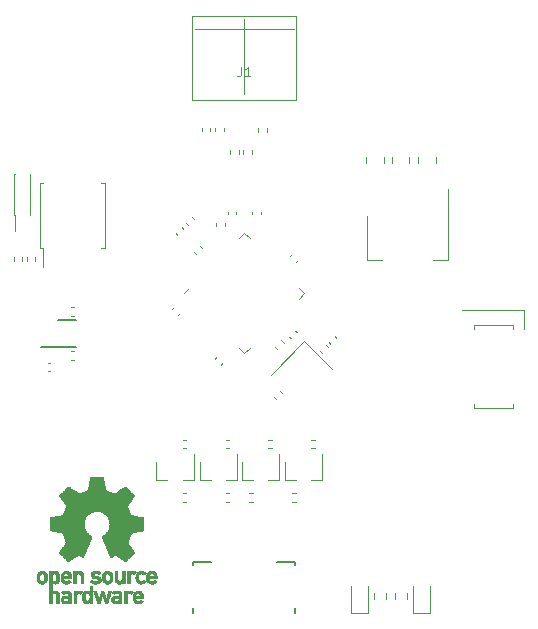
<source format=gbr>
%TF.GenerationSoftware,KiCad,Pcbnew,5.1.10*%
%TF.CreationDate,2021-06-16T23:26:04-06:00*%
%TF.ProjectId,cable-link,6361626c-652d-46c6-996e-6b2e6b696361,rev?*%
%TF.SameCoordinates,Original*%
%TF.FileFunction,Legend,Top*%
%TF.FilePolarity,Positive*%
%FSLAX46Y46*%
G04 Gerber Fmt 4.6, Leading zero omitted, Abs format (unit mm)*
G04 Created by KiCad (PCBNEW 5.1.10) date 2021-06-16 23:26:04*
%MOMM*%
%LPD*%
G01*
G04 APERTURE LIST*
%ADD10C,0.010000*%
%ADD11C,0.100000*%
%ADD12C,0.120000*%
%ADD13C,0.127000*%
%ADD14C,0.150000*%
%ADD15C,0.020000*%
G04 APERTURE END LIST*
D10*
%TO.C,G\u002A\u002A\u002A*%
G36*
X32607287Y-58216023D02*
G01*
X32698912Y-58216117D01*
X32776147Y-58216317D01*
X32840263Y-58216659D01*
X32892531Y-58217178D01*
X32934224Y-58217911D01*
X32966613Y-58218893D01*
X32990969Y-58220159D01*
X33008563Y-58221746D01*
X33020667Y-58223689D01*
X33028553Y-58226024D01*
X33033493Y-58228787D01*
X33035933Y-58231055D01*
X33040528Y-58241949D01*
X33047428Y-58267195D01*
X33056701Y-58307125D01*
X33068418Y-58362070D01*
X33082645Y-58432361D01*
X33099452Y-58518331D01*
X33118906Y-58620310D01*
X33141078Y-58738632D01*
X33143124Y-58749639D01*
X33163509Y-58859109D01*
X33181132Y-58953107D01*
X33196249Y-59032824D01*
X33209119Y-59099449D01*
X33220000Y-59154172D01*
X33229150Y-59198184D01*
X33236828Y-59232673D01*
X33243291Y-59258831D01*
X33248797Y-59277846D01*
X33253605Y-59290910D01*
X33257972Y-59299212D01*
X33262158Y-59303941D01*
X33263565Y-59304935D01*
X33277839Y-59312051D01*
X33305429Y-59324275D01*
X33344382Y-59340828D01*
X33392743Y-59360933D01*
X33448557Y-59383810D01*
X33509869Y-59408683D01*
X33574726Y-59434773D01*
X33641171Y-59461301D01*
X33707251Y-59487491D01*
X33771011Y-59512564D01*
X33830496Y-59535741D01*
X33883752Y-59556246D01*
X33928824Y-59573299D01*
X33963757Y-59586123D01*
X33986597Y-59593939D01*
X33994960Y-59596067D01*
X34003386Y-59594173D01*
X34017087Y-59588089D01*
X34036992Y-59577211D01*
X34064034Y-59560936D01*
X34099144Y-59538660D01*
X34143256Y-59509780D01*
X34197299Y-59473692D01*
X34262207Y-59429792D01*
X34338911Y-59377477D01*
X34428343Y-59316144D01*
X34448095Y-59302566D01*
X34524847Y-59249989D01*
X34597898Y-59200339D01*
X34665977Y-59154455D01*
X34727812Y-59113175D01*
X34782133Y-59077337D01*
X34827669Y-59047780D01*
X34863148Y-59025343D01*
X34887300Y-59010863D01*
X34898853Y-59005179D01*
X34898992Y-59005153D01*
X34904690Y-59005071D01*
X34911693Y-59007142D01*
X34920933Y-59012229D01*
X34933344Y-59021198D01*
X34949857Y-59034913D01*
X34971404Y-59054239D01*
X34998918Y-59080041D01*
X35033330Y-59113183D01*
X35075573Y-59154529D01*
X35126579Y-59204945D01*
X35187280Y-59265295D01*
X35258608Y-59336444D01*
X35290575Y-59368373D01*
X35367579Y-59445396D01*
X35433353Y-59511428D01*
X35488734Y-59567358D01*
X35534557Y-59614077D01*
X35571660Y-59652474D01*
X35600879Y-59683439D01*
X35623048Y-59707862D01*
X35639005Y-59726634D01*
X35649586Y-59740643D01*
X35655626Y-59750780D01*
X35657962Y-59757935D01*
X35658066Y-59759510D01*
X35655241Y-59769066D01*
X35646450Y-59786529D01*
X35631217Y-59812633D01*
X35609067Y-59848109D01*
X35579527Y-59893690D01*
X35542119Y-59950107D01*
X35496370Y-60018093D01*
X35441805Y-60098381D01*
X35377947Y-60191702D01*
X35373609Y-60198024D01*
X35321951Y-60273485D01*
X35273002Y-60345341D01*
X35227639Y-60412285D01*
X35186735Y-60473011D01*
X35151165Y-60526210D01*
X35121804Y-60570576D01*
X35099524Y-60604801D01*
X35085203Y-60627577D01*
X35079835Y-60637219D01*
X35077979Y-60644353D01*
X35077816Y-60653403D01*
X35079897Y-60665859D01*
X35084774Y-60683208D01*
X35092998Y-60706940D01*
X35105120Y-60738544D01*
X35121692Y-60779508D01*
X35143265Y-60831321D01*
X35170390Y-60895472D01*
X35203619Y-60973450D01*
X35209081Y-60986236D01*
X35248483Y-61078441D01*
X35281829Y-61156323D01*
X35309717Y-61221128D01*
X35332745Y-61274104D01*
X35351512Y-61316496D01*
X35366614Y-61349553D01*
X35378652Y-61374522D01*
X35388222Y-61392649D01*
X35395923Y-61405181D01*
X35402354Y-61413365D01*
X35408112Y-61418450D01*
X35413797Y-61421681D01*
X35419041Y-61423911D01*
X35431465Y-61427162D01*
X35458977Y-61433158D01*
X35500010Y-61441590D01*
X35552997Y-61452153D01*
X35616371Y-61464539D01*
X35688563Y-61478440D01*
X35768007Y-61493551D01*
X35853135Y-61509564D01*
X35920533Y-61522123D01*
X36008780Y-61538584D01*
X36092417Y-61554347D01*
X36169893Y-61569108D01*
X36239656Y-61582565D01*
X36300156Y-61594414D01*
X36349843Y-61604352D01*
X36387164Y-61612076D01*
X36410569Y-61617282D01*
X36418119Y-61619380D01*
X36435756Y-61633632D01*
X36445636Y-61649681D01*
X36447108Y-61661919D01*
X36448422Y-61689248D01*
X36449577Y-61729826D01*
X36450570Y-61781809D01*
X36451401Y-61843356D01*
X36452068Y-61912625D01*
X36452571Y-61987773D01*
X36452907Y-62066958D01*
X36453075Y-62148338D01*
X36453075Y-62230071D01*
X36452904Y-62310315D01*
X36452562Y-62387227D01*
X36452046Y-62458966D01*
X36451356Y-62523688D01*
X36450491Y-62579552D01*
X36449449Y-62624716D01*
X36448228Y-62657337D01*
X36446828Y-62675574D01*
X36446381Y-62677934D01*
X36434405Y-62697655D01*
X36419708Y-62708828D01*
X36407703Y-62712133D01*
X36380605Y-62718163D01*
X36339979Y-62726610D01*
X36287391Y-62737166D01*
X36224407Y-62749522D01*
X36152592Y-62763371D01*
X36073514Y-62778405D01*
X35988737Y-62794315D01*
X35924766Y-62806193D01*
X35823204Y-62825006D01*
X35736981Y-62841094D01*
X35664775Y-62854749D01*
X35605262Y-62866259D01*
X35557119Y-62875915D01*
X35519022Y-62884006D01*
X35489649Y-62890824D01*
X35467676Y-62896657D01*
X35451780Y-62901795D01*
X35440638Y-62906530D01*
X35432926Y-62911150D01*
X35428295Y-62914999D01*
X35420505Y-62927258D01*
X35407481Y-62953439D01*
X35389994Y-62991633D01*
X35368813Y-63039927D01*
X35344708Y-63096409D01*
X35318447Y-63159170D01*
X35290799Y-63226297D01*
X35262535Y-63295880D01*
X35234422Y-63366007D01*
X35207232Y-63434766D01*
X35181732Y-63500248D01*
X35158693Y-63560540D01*
X35138883Y-63613731D01*
X35123071Y-63657911D01*
X35112028Y-63691167D01*
X35106522Y-63711589D01*
X35106041Y-63715619D01*
X35108087Y-63724400D01*
X35114629Y-63738850D01*
X35126277Y-63759912D01*
X35143638Y-63788527D01*
X35167321Y-63825636D01*
X35197932Y-63872182D01*
X35236081Y-63929106D01*
X35282375Y-63997349D01*
X35337423Y-64077853D01*
X35379389Y-64138952D01*
X35445109Y-64234813D01*
X35501277Y-64317430D01*
X35548223Y-64387312D01*
X35586278Y-64444965D01*
X35615771Y-64490897D01*
X35637033Y-64525615D01*
X35650393Y-64549626D01*
X35656183Y-64563439D01*
X35656429Y-64564743D01*
X35656847Y-64570954D01*
X35655870Y-64577579D01*
X35652619Y-64585578D01*
X35646215Y-64595907D01*
X35635780Y-64609526D01*
X35620433Y-64627394D01*
X35599296Y-64650469D01*
X35571490Y-64679709D01*
X35536136Y-64716073D01*
X35492354Y-64760520D01*
X35439267Y-64814008D01*
X35375994Y-64877496D01*
X35301656Y-64951941D01*
X35297835Y-64955766D01*
X35232443Y-65020983D01*
X35170233Y-65082559D01*
X35112298Y-65139444D01*
X35059729Y-65190587D01*
X35013620Y-65234938D01*
X34975061Y-65271447D01*
X34945145Y-65299064D01*
X34924964Y-65316737D01*
X34915635Y-65323411D01*
X34893370Y-65324029D01*
X34880007Y-65320001D01*
X34870229Y-65313737D01*
X34847828Y-65298782D01*
X34814132Y-65276042D01*
X34770471Y-65246420D01*
X34718175Y-65210821D01*
X34658572Y-65170148D01*
X34592991Y-65125307D01*
X34522763Y-65077202D01*
X34480682Y-65048338D01*
X34408190Y-64998788D01*
X34339352Y-64952116D01*
X34275524Y-64909215D01*
X34218062Y-64870979D01*
X34168323Y-64838302D01*
X34127662Y-64812077D01*
X34097437Y-64793200D01*
X34079003Y-64782562D01*
X34074296Y-64780529D01*
X34063556Y-64780764D01*
X34047038Y-64785335D01*
X34023071Y-64794998D01*
X33989983Y-64810508D01*
X33946102Y-64832619D01*
X33889756Y-64862088D01*
X33866955Y-64874187D01*
X33815311Y-64901368D01*
X33768066Y-64925662D01*
X33727436Y-64945978D01*
X33695636Y-64961220D01*
X33674884Y-64970297D01*
X33667963Y-64972400D01*
X33650144Y-64966415D01*
X33644466Y-64961467D01*
X33638966Y-64950944D01*
X33627677Y-64926068D01*
X33611105Y-64888074D01*
X33589755Y-64838194D01*
X33564133Y-64777662D01*
X33534746Y-64707711D01*
X33502100Y-64629576D01*
X33466699Y-64544490D01*
X33429051Y-64453687D01*
X33389661Y-64358399D01*
X33349036Y-64259862D01*
X33307681Y-64159307D01*
X33266102Y-64057970D01*
X33224805Y-63957084D01*
X33184296Y-63857882D01*
X33145082Y-63761597D01*
X33107668Y-63669464D01*
X33072559Y-63582717D01*
X33040263Y-63502588D01*
X33011285Y-63430311D01*
X32986131Y-63367120D01*
X32965307Y-63314249D01*
X32949319Y-63272931D01*
X32938673Y-63244400D01*
X32933875Y-63229889D01*
X32933653Y-63228438D01*
X32940571Y-63212297D01*
X32959182Y-63193943D01*
X32986833Y-63174291D01*
X33093422Y-63101424D01*
X33185439Y-63031018D01*
X33264693Y-62961250D01*
X33332993Y-62890298D01*
X33392149Y-62816338D01*
X33443970Y-62737547D01*
X33474599Y-62682840D01*
X33529543Y-62561124D01*
X33568623Y-62436256D01*
X33592244Y-62309532D01*
X33600808Y-62182247D01*
X33594721Y-62055698D01*
X33574387Y-61931180D01*
X33540210Y-61809987D01*
X33492595Y-61693417D01*
X33431946Y-61582764D01*
X33358668Y-61479324D01*
X33273165Y-61384392D01*
X33175841Y-61299265D01*
X33067101Y-61225237D01*
X33009680Y-61193360D01*
X32886033Y-61138565D01*
X32759679Y-61099803D01*
X32631862Y-61076673D01*
X32503829Y-61068769D01*
X32376827Y-61075688D01*
X32252102Y-61097028D01*
X32130901Y-61132384D01*
X32014469Y-61181353D01*
X31904053Y-61243531D01*
X31800900Y-61318515D01*
X31706256Y-61405901D01*
X31621367Y-61505286D01*
X31547480Y-61616266D01*
X31514279Y-61677511D01*
X31462769Y-61796893D01*
X31427043Y-61919481D01*
X31406757Y-62046912D01*
X31401563Y-62180824D01*
X31402287Y-62208033D01*
X31409878Y-62315825D01*
X31425036Y-62412847D01*
X31449014Y-62504041D01*
X31483064Y-62594350D01*
X31520114Y-62672644D01*
X31555951Y-62738423D01*
X31593896Y-62798619D01*
X31635635Y-62854920D01*
X31682853Y-62909018D01*
X31737235Y-62962603D01*
X31800467Y-63017364D01*
X31874233Y-63074991D01*
X31960219Y-63137176D01*
X32033961Y-63187970D01*
X32058831Y-63209035D01*
X32068088Y-63228339D01*
X32068200Y-63230672D01*
X32065028Y-63240652D01*
X32055851Y-63265027D01*
X32041178Y-63302565D01*
X32021516Y-63352030D01*
X31997375Y-63412188D01*
X31969262Y-63481804D01*
X31937686Y-63559645D01*
X31903154Y-63644475D01*
X31866175Y-63735061D01*
X31827258Y-63830168D01*
X31786911Y-63928561D01*
X31745642Y-64029006D01*
X31703959Y-64130269D01*
X31662370Y-64231115D01*
X31621385Y-64330310D01*
X31581510Y-64426620D01*
X31543255Y-64518809D01*
X31507127Y-64605644D01*
X31473636Y-64685890D01*
X31443288Y-64758313D01*
X31416593Y-64821678D01*
X31394059Y-64874751D01*
X31376194Y-64916298D01*
X31363506Y-64945084D01*
X31356504Y-64959874D01*
X31355533Y-64961467D01*
X31339537Y-64971228D01*
X31332130Y-64972400D01*
X31320922Y-64968518D01*
X31297092Y-64957613D01*
X31262866Y-64940795D01*
X31220473Y-64919177D01*
X31172142Y-64893869D01*
X31136316Y-64874740D01*
X31076201Y-64842675D01*
X31028999Y-64818227D01*
X30992937Y-64800589D01*
X30966238Y-64788955D01*
X30947128Y-64782519D01*
X30933831Y-64780475D01*
X30929433Y-64780748D01*
X30916221Y-64786484D01*
X30890266Y-64801367D01*
X30852618Y-64824717D01*
X30804327Y-64855858D01*
X30746441Y-64894111D01*
X30680012Y-64938800D01*
X30606087Y-64989246D01*
X30599233Y-64993955D01*
X30504109Y-65059381D01*
X30421977Y-65115896D01*
X30351834Y-65164120D01*
X30292676Y-65204678D01*
X30243501Y-65238191D01*
X30203306Y-65265282D01*
X30171089Y-65286572D01*
X30145845Y-65302685D01*
X30126574Y-65314242D01*
X30112271Y-65321866D01*
X30101934Y-65326179D01*
X30094561Y-65327804D01*
X30089147Y-65327363D01*
X30084692Y-65325478D01*
X30080190Y-65322772D01*
X30074641Y-65319866D01*
X30074300Y-65319719D01*
X30065405Y-65312558D01*
X30045684Y-65294440D01*
X30016230Y-65266433D01*
X29978139Y-65229607D01*
X29932503Y-65185031D01*
X29880418Y-65133772D01*
X29822978Y-65076901D01*
X29761278Y-65015485D01*
X29698623Y-64952813D01*
X29624157Y-64878117D01*
X29560784Y-64814427D01*
X29507622Y-64760781D01*
X29463790Y-64716214D01*
X29428404Y-64679761D01*
X29400583Y-64650459D01*
X29379444Y-64627343D01*
X29364105Y-64609449D01*
X29353683Y-64595813D01*
X29347296Y-64585470D01*
X29344063Y-64577458D01*
X29343099Y-64570810D01*
X29343502Y-64564741D01*
X29348035Y-64552537D01*
X29359974Y-64530417D01*
X29379670Y-64497842D01*
X29407474Y-64454270D01*
X29443737Y-64399161D01*
X29488811Y-64331974D01*
X29543048Y-64252169D01*
X29606797Y-64159206D01*
X29612354Y-64151134D01*
X29662316Y-64078398D01*
X29709591Y-64009250D01*
X29753262Y-63945052D01*
X29792412Y-63887168D01*
X29826124Y-63836961D01*
X29853481Y-63795795D01*
X29873566Y-63765033D01*
X29885462Y-63746038D01*
X29888250Y-63740945D01*
X29891262Y-63733769D01*
X29893410Y-63726756D01*
X29894238Y-63718565D01*
X29893289Y-63707854D01*
X29890109Y-63693281D01*
X29884242Y-63673506D01*
X29875231Y-63647188D01*
X29862622Y-63612984D01*
X29845959Y-63569553D01*
X29824785Y-63515556D01*
X29798646Y-63449649D01*
X29767086Y-63370492D01*
X29735648Y-63291767D01*
X29703040Y-63210749D01*
X29672733Y-63136683D01*
X29645319Y-63070949D01*
X29621390Y-63014926D01*
X29601541Y-62969995D01*
X29586362Y-62937534D01*
X29576448Y-62918924D01*
X29574040Y-62915615D01*
X29568772Y-62911066D01*
X29561033Y-62906592D01*
X29549530Y-62901907D01*
X29532972Y-62896729D01*
X29510066Y-62890773D01*
X29479520Y-62883756D01*
X29440042Y-62875392D01*
X29390340Y-62865398D01*
X29329122Y-62853490D01*
X29255095Y-62839384D01*
X29166967Y-62822795D01*
X29065827Y-62803885D01*
X28949279Y-62781982D01*
X28848992Y-62762799D01*
X28764530Y-62746246D01*
X28695458Y-62732231D01*
X28641339Y-62720663D01*
X28601736Y-62711452D01*
X28576213Y-62704506D01*
X28564333Y-62699735D01*
X28563755Y-62699256D01*
X28560899Y-62694956D01*
X28558451Y-62687348D01*
X28556371Y-62675152D01*
X28554617Y-62657088D01*
X28553152Y-62631877D01*
X28551933Y-62598239D01*
X28550923Y-62554896D01*
X28550079Y-62500568D01*
X28549363Y-62433975D01*
X28548734Y-62353839D01*
X28548152Y-62258879D01*
X28547780Y-62188686D01*
X28547406Y-62097678D01*
X28547216Y-62011119D01*
X28547205Y-61930600D01*
X28547363Y-61857712D01*
X28547683Y-61794045D01*
X28548159Y-61741190D01*
X28548781Y-61700737D01*
X28549543Y-61674277D01*
X28550293Y-61663986D01*
X28559390Y-61640917D01*
X28573979Y-61624616D01*
X28585538Y-61620949D01*
X28612220Y-61614562D01*
X28652488Y-61605764D01*
X28704805Y-61594868D01*
X28767634Y-61582185D01*
X28839437Y-61568024D01*
X28918678Y-61552698D01*
X29003820Y-61536517D01*
X29077874Y-61522660D01*
X29166812Y-61506039D01*
X29251185Y-61490091D01*
X29329448Y-61475119D01*
X29400057Y-61461427D01*
X29461466Y-61449319D01*
X29512131Y-61439099D01*
X29550507Y-61431072D01*
X29575050Y-61425541D01*
X29583795Y-61423070D01*
X29589457Y-61420212D01*
X29594901Y-61416241D01*
X29600721Y-61409907D01*
X29607510Y-61399960D01*
X29615860Y-61385150D01*
X29626365Y-61364224D01*
X29639617Y-61335933D01*
X29656210Y-61299026D01*
X29676737Y-61252253D01*
X29701790Y-61194363D01*
X29731962Y-61124106D01*
X29767846Y-61040230D01*
X29790918Y-60986236D01*
X29825110Y-60906051D01*
X29853114Y-60839915D01*
X29875480Y-60786340D01*
X29892761Y-60743839D01*
X29905507Y-60710926D01*
X29914269Y-60686113D01*
X29919598Y-60667915D01*
X29922046Y-60654844D01*
X29922164Y-60645414D01*
X29920502Y-60638137D01*
X29920228Y-60637388D01*
X29913851Y-60626095D01*
X29898732Y-60602169D01*
X29875744Y-60566919D01*
X29845760Y-60521649D01*
X29809654Y-60467666D01*
X29768299Y-60406277D01*
X29722569Y-60338789D01*
X29673337Y-60266506D01*
X29626454Y-60197993D01*
X29561707Y-60103335D01*
X29506305Y-60021787D01*
X29459792Y-59952646D01*
X29421715Y-59895212D01*
X29391617Y-59848784D01*
X29369046Y-59812660D01*
X29353545Y-59786139D01*
X29344660Y-59768521D01*
X29341933Y-59759309D01*
X29343441Y-59752801D01*
X29348521Y-59743455D01*
X29358006Y-59730384D01*
X29372730Y-59712701D01*
X29393525Y-59689519D01*
X29421227Y-59659952D01*
X29456668Y-59623112D01*
X29500681Y-59578113D01*
X29554100Y-59524068D01*
X29617759Y-59460090D01*
X29692491Y-59385292D01*
X29708343Y-59369452D01*
X29787586Y-59290430D01*
X29855758Y-59222780D01*
X29913632Y-59165775D01*
X29961980Y-59118684D01*
X30001573Y-59080778D01*
X30033184Y-59051327D01*
X30057586Y-59029601D01*
X30075550Y-59014872D01*
X30087849Y-59006409D01*
X30095254Y-59003483D01*
X30095693Y-59003466D01*
X30107656Y-59008382D01*
X30133101Y-59022972D01*
X30171743Y-59047051D01*
X30223299Y-59080431D01*
X30287484Y-59122928D01*
X30364013Y-59174355D01*
X30452603Y-59234524D01*
X30547945Y-59299799D01*
X30640687Y-59363387D01*
X30720497Y-59417834D01*
X30788296Y-59463737D01*
X30845008Y-59501694D01*
X30891553Y-59532301D01*
X30928854Y-59556154D01*
X30957831Y-59573852D01*
X30979408Y-59585990D01*
X30994505Y-59593165D01*
X31004045Y-59595975D01*
X31005509Y-59596067D01*
X31017138Y-59592980D01*
X31042461Y-59584241D01*
X31079509Y-59570632D01*
X31126311Y-59552935D01*
X31180899Y-59531933D01*
X31241303Y-59508407D01*
X31305554Y-59483141D01*
X31371683Y-59456916D01*
X31437719Y-59430515D01*
X31501694Y-59404720D01*
X31561638Y-59380313D01*
X31615582Y-59358076D01*
X31661556Y-59338792D01*
X31697591Y-59323243D01*
X31721717Y-59312211D01*
X31727535Y-59309270D01*
X31742910Y-59295032D01*
X31753776Y-59276774D01*
X31757023Y-59264367D01*
X31763030Y-59236830D01*
X31771498Y-59195687D01*
X31782128Y-59142463D01*
X31794622Y-59078682D01*
X31808681Y-59005867D01*
X31824006Y-58925545D01*
X31840299Y-58839239D01*
X31857076Y-58749471D01*
X31879748Y-58628444D01*
X31899688Y-58523902D01*
X31916940Y-58435628D01*
X31931550Y-58363404D01*
X31943564Y-58307011D01*
X31953025Y-58266232D01*
X31959980Y-58240848D01*
X31964218Y-58230888D01*
X31967841Y-58227829D01*
X31973596Y-58225219D01*
X31982752Y-58223021D01*
X31996579Y-58221202D01*
X32016347Y-58219725D01*
X32043326Y-58218555D01*
X32078785Y-58217657D01*
X32123994Y-58216995D01*
X32180224Y-58216535D01*
X32248745Y-58216241D01*
X32330825Y-58216078D01*
X32427736Y-58216010D01*
X32500000Y-58216000D01*
X32607287Y-58216023D01*
G37*
X32607287Y-58216023D02*
X32698912Y-58216117D01*
X32776147Y-58216317D01*
X32840263Y-58216659D01*
X32892531Y-58217178D01*
X32934224Y-58217911D01*
X32966613Y-58218893D01*
X32990969Y-58220159D01*
X33008563Y-58221746D01*
X33020667Y-58223689D01*
X33028553Y-58226024D01*
X33033493Y-58228787D01*
X33035933Y-58231055D01*
X33040528Y-58241949D01*
X33047428Y-58267195D01*
X33056701Y-58307125D01*
X33068418Y-58362070D01*
X33082645Y-58432361D01*
X33099452Y-58518331D01*
X33118906Y-58620310D01*
X33141078Y-58738632D01*
X33143124Y-58749639D01*
X33163509Y-58859109D01*
X33181132Y-58953107D01*
X33196249Y-59032824D01*
X33209119Y-59099449D01*
X33220000Y-59154172D01*
X33229150Y-59198184D01*
X33236828Y-59232673D01*
X33243291Y-59258831D01*
X33248797Y-59277846D01*
X33253605Y-59290910D01*
X33257972Y-59299212D01*
X33262158Y-59303941D01*
X33263565Y-59304935D01*
X33277839Y-59312051D01*
X33305429Y-59324275D01*
X33344382Y-59340828D01*
X33392743Y-59360933D01*
X33448557Y-59383810D01*
X33509869Y-59408683D01*
X33574726Y-59434773D01*
X33641171Y-59461301D01*
X33707251Y-59487491D01*
X33771011Y-59512564D01*
X33830496Y-59535741D01*
X33883752Y-59556246D01*
X33928824Y-59573299D01*
X33963757Y-59586123D01*
X33986597Y-59593939D01*
X33994960Y-59596067D01*
X34003386Y-59594173D01*
X34017087Y-59588089D01*
X34036992Y-59577211D01*
X34064034Y-59560936D01*
X34099144Y-59538660D01*
X34143256Y-59509780D01*
X34197299Y-59473692D01*
X34262207Y-59429792D01*
X34338911Y-59377477D01*
X34428343Y-59316144D01*
X34448095Y-59302566D01*
X34524847Y-59249989D01*
X34597898Y-59200339D01*
X34665977Y-59154455D01*
X34727812Y-59113175D01*
X34782133Y-59077337D01*
X34827669Y-59047780D01*
X34863148Y-59025343D01*
X34887300Y-59010863D01*
X34898853Y-59005179D01*
X34898992Y-59005153D01*
X34904690Y-59005071D01*
X34911693Y-59007142D01*
X34920933Y-59012229D01*
X34933344Y-59021198D01*
X34949857Y-59034913D01*
X34971404Y-59054239D01*
X34998918Y-59080041D01*
X35033330Y-59113183D01*
X35075573Y-59154529D01*
X35126579Y-59204945D01*
X35187280Y-59265295D01*
X35258608Y-59336444D01*
X35290575Y-59368373D01*
X35367579Y-59445396D01*
X35433353Y-59511428D01*
X35488734Y-59567358D01*
X35534557Y-59614077D01*
X35571660Y-59652474D01*
X35600879Y-59683439D01*
X35623048Y-59707862D01*
X35639005Y-59726634D01*
X35649586Y-59740643D01*
X35655626Y-59750780D01*
X35657962Y-59757935D01*
X35658066Y-59759510D01*
X35655241Y-59769066D01*
X35646450Y-59786529D01*
X35631217Y-59812633D01*
X35609067Y-59848109D01*
X35579527Y-59893690D01*
X35542119Y-59950107D01*
X35496370Y-60018093D01*
X35441805Y-60098381D01*
X35377947Y-60191702D01*
X35373609Y-60198024D01*
X35321951Y-60273485D01*
X35273002Y-60345341D01*
X35227639Y-60412285D01*
X35186735Y-60473011D01*
X35151165Y-60526210D01*
X35121804Y-60570576D01*
X35099524Y-60604801D01*
X35085203Y-60627577D01*
X35079835Y-60637219D01*
X35077979Y-60644353D01*
X35077816Y-60653403D01*
X35079897Y-60665859D01*
X35084774Y-60683208D01*
X35092998Y-60706940D01*
X35105120Y-60738544D01*
X35121692Y-60779508D01*
X35143265Y-60831321D01*
X35170390Y-60895472D01*
X35203619Y-60973450D01*
X35209081Y-60986236D01*
X35248483Y-61078441D01*
X35281829Y-61156323D01*
X35309717Y-61221128D01*
X35332745Y-61274104D01*
X35351512Y-61316496D01*
X35366614Y-61349553D01*
X35378652Y-61374522D01*
X35388222Y-61392649D01*
X35395923Y-61405181D01*
X35402354Y-61413365D01*
X35408112Y-61418450D01*
X35413797Y-61421681D01*
X35419041Y-61423911D01*
X35431465Y-61427162D01*
X35458977Y-61433158D01*
X35500010Y-61441590D01*
X35552997Y-61452153D01*
X35616371Y-61464539D01*
X35688563Y-61478440D01*
X35768007Y-61493551D01*
X35853135Y-61509564D01*
X35920533Y-61522123D01*
X36008780Y-61538584D01*
X36092417Y-61554347D01*
X36169893Y-61569108D01*
X36239656Y-61582565D01*
X36300156Y-61594414D01*
X36349843Y-61604352D01*
X36387164Y-61612076D01*
X36410569Y-61617282D01*
X36418119Y-61619380D01*
X36435756Y-61633632D01*
X36445636Y-61649681D01*
X36447108Y-61661919D01*
X36448422Y-61689248D01*
X36449577Y-61729826D01*
X36450570Y-61781809D01*
X36451401Y-61843356D01*
X36452068Y-61912625D01*
X36452571Y-61987773D01*
X36452907Y-62066958D01*
X36453075Y-62148338D01*
X36453075Y-62230071D01*
X36452904Y-62310315D01*
X36452562Y-62387227D01*
X36452046Y-62458966D01*
X36451356Y-62523688D01*
X36450491Y-62579552D01*
X36449449Y-62624716D01*
X36448228Y-62657337D01*
X36446828Y-62675574D01*
X36446381Y-62677934D01*
X36434405Y-62697655D01*
X36419708Y-62708828D01*
X36407703Y-62712133D01*
X36380605Y-62718163D01*
X36339979Y-62726610D01*
X36287391Y-62737166D01*
X36224407Y-62749522D01*
X36152592Y-62763371D01*
X36073514Y-62778405D01*
X35988737Y-62794315D01*
X35924766Y-62806193D01*
X35823204Y-62825006D01*
X35736981Y-62841094D01*
X35664775Y-62854749D01*
X35605262Y-62866259D01*
X35557119Y-62875915D01*
X35519022Y-62884006D01*
X35489649Y-62890824D01*
X35467676Y-62896657D01*
X35451780Y-62901795D01*
X35440638Y-62906530D01*
X35432926Y-62911150D01*
X35428295Y-62914999D01*
X35420505Y-62927258D01*
X35407481Y-62953439D01*
X35389994Y-62991633D01*
X35368813Y-63039927D01*
X35344708Y-63096409D01*
X35318447Y-63159170D01*
X35290799Y-63226297D01*
X35262535Y-63295880D01*
X35234422Y-63366007D01*
X35207232Y-63434766D01*
X35181732Y-63500248D01*
X35158693Y-63560540D01*
X35138883Y-63613731D01*
X35123071Y-63657911D01*
X35112028Y-63691167D01*
X35106522Y-63711589D01*
X35106041Y-63715619D01*
X35108087Y-63724400D01*
X35114629Y-63738850D01*
X35126277Y-63759912D01*
X35143638Y-63788527D01*
X35167321Y-63825636D01*
X35197932Y-63872182D01*
X35236081Y-63929106D01*
X35282375Y-63997349D01*
X35337423Y-64077853D01*
X35379389Y-64138952D01*
X35445109Y-64234813D01*
X35501277Y-64317430D01*
X35548223Y-64387312D01*
X35586278Y-64444965D01*
X35615771Y-64490897D01*
X35637033Y-64525615D01*
X35650393Y-64549626D01*
X35656183Y-64563439D01*
X35656429Y-64564743D01*
X35656847Y-64570954D01*
X35655870Y-64577579D01*
X35652619Y-64585578D01*
X35646215Y-64595907D01*
X35635780Y-64609526D01*
X35620433Y-64627394D01*
X35599296Y-64650469D01*
X35571490Y-64679709D01*
X35536136Y-64716073D01*
X35492354Y-64760520D01*
X35439267Y-64814008D01*
X35375994Y-64877496D01*
X35301656Y-64951941D01*
X35297835Y-64955766D01*
X35232443Y-65020983D01*
X35170233Y-65082559D01*
X35112298Y-65139444D01*
X35059729Y-65190587D01*
X35013620Y-65234938D01*
X34975061Y-65271447D01*
X34945145Y-65299064D01*
X34924964Y-65316737D01*
X34915635Y-65323411D01*
X34893370Y-65324029D01*
X34880007Y-65320001D01*
X34870229Y-65313737D01*
X34847828Y-65298782D01*
X34814132Y-65276042D01*
X34770471Y-65246420D01*
X34718175Y-65210821D01*
X34658572Y-65170148D01*
X34592991Y-65125307D01*
X34522763Y-65077202D01*
X34480682Y-65048338D01*
X34408190Y-64998788D01*
X34339352Y-64952116D01*
X34275524Y-64909215D01*
X34218062Y-64870979D01*
X34168323Y-64838302D01*
X34127662Y-64812077D01*
X34097437Y-64793200D01*
X34079003Y-64782562D01*
X34074296Y-64780529D01*
X34063556Y-64780764D01*
X34047038Y-64785335D01*
X34023071Y-64794998D01*
X33989983Y-64810508D01*
X33946102Y-64832619D01*
X33889756Y-64862088D01*
X33866955Y-64874187D01*
X33815311Y-64901368D01*
X33768066Y-64925662D01*
X33727436Y-64945978D01*
X33695636Y-64961220D01*
X33674884Y-64970297D01*
X33667963Y-64972400D01*
X33650144Y-64966415D01*
X33644466Y-64961467D01*
X33638966Y-64950944D01*
X33627677Y-64926068D01*
X33611105Y-64888074D01*
X33589755Y-64838194D01*
X33564133Y-64777662D01*
X33534746Y-64707711D01*
X33502100Y-64629576D01*
X33466699Y-64544490D01*
X33429051Y-64453687D01*
X33389661Y-64358399D01*
X33349036Y-64259862D01*
X33307681Y-64159307D01*
X33266102Y-64057970D01*
X33224805Y-63957084D01*
X33184296Y-63857882D01*
X33145082Y-63761597D01*
X33107668Y-63669464D01*
X33072559Y-63582717D01*
X33040263Y-63502588D01*
X33011285Y-63430311D01*
X32986131Y-63367120D01*
X32965307Y-63314249D01*
X32949319Y-63272931D01*
X32938673Y-63244400D01*
X32933875Y-63229889D01*
X32933653Y-63228438D01*
X32940571Y-63212297D01*
X32959182Y-63193943D01*
X32986833Y-63174291D01*
X33093422Y-63101424D01*
X33185439Y-63031018D01*
X33264693Y-62961250D01*
X33332993Y-62890298D01*
X33392149Y-62816338D01*
X33443970Y-62737547D01*
X33474599Y-62682840D01*
X33529543Y-62561124D01*
X33568623Y-62436256D01*
X33592244Y-62309532D01*
X33600808Y-62182247D01*
X33594721Y-62055698D01*
X33574387Y-61931180D01*
X33540210Y-61809987D01*
X33492595Y-61693417D01*
X33431946Y-61582764D01*
X33358668Y-61479324D01*
X33273165Y-61384392D01*
X33175841Y-61299265D01*
X33067101Y-61225237D01*
X33009680Y-61193360D01*
X32886033Y-61138565D01*
X32759679Y-61099803D01*
X32631862Y-61076673D01*
X32503829Y-61068769D01*
X32376827Y-61075688D01*
X32252102Y-61097028D01*
X32130901Y-61132384D01*
X32014469Y-61181353D01*
X31904053Y-61243531D01*
X31800900Y-61318515D01*
X31706256Y-61405901D01*
X31621367Y-61505286D01*
X31547480Y-61616266D01*
X31514279Y-61677511D01*
X31462769Y-61796893D01*
X31427043Y-61919481D01*
X31406757Y-62046912D01*
X31401563Y-62180824D01*
X31402287Y-62208033D01*
X31409878Y-62315825D01*
X31425036Y-62412847D01*
X31449014Y-62504041D01*
X31483064Y-62594350D01*
X31520114Y-62672644D01*
X31555951Y-62738423D01*
X31593896Y-62798619D01*
X31635635Y-62854920D01*
X31682853Y-62909018D01*
X31737235Y-62962603D01*
X31800467Y-63017364D01*
X31874233Y-63074991D01*
X31960219Y-63137176D01*
X32033961Y-63187970D01*
X32058831Y-63209035D01*
X32068088Y-63228339D01*
X32068200Y-63230672D01*
X32065028Y-63240652D01*
X32055851Y-63265027D01*
X32041178Y-63302565D01*
X32021516Y-63352030D01*
X31997375Y-63412188D01*
X31969262Y-63481804D01*
X31937686Y-63559645D01*
X31903154Y-63644475D01*
X31866175Y-63735061D01*
X31827258Y-63830168D01*
X31786911Y-63928561D01*
X31745642Y-64029006D01*
X31703959Y-64130269D01*
X31662370Y-64231115D01*
X31621385Y-64330310D01*
X31581510Y-64426620D01*
X31543255Y-64518809D01*
X31507127Y-64605644D01*
X31473636Y-64685890D01*
X31443288Y-64758313D01*
X31416593Y-64821678D01*
X31394059Y-64874751D01*
X31376194Y-64916298D01*
X31363506Y-64945084D01*
X31356504Y-64959874D01*
X31355533Y-64961467D01*
X31339537Y-64971228D01*
X31332130Y-64972400D01*
X31320922Y-64968518D01*
X31297092Y-64957613D01*
X31262866Y-64940795D01*
X31220473Y-64919177D01*
X31172142Y-64893869D01*
X31136316Y-64874740D01*
X31076201Y-64842675D01*
X31028999Y-64818227D01*
X30992937Y-64800589D01*
X30966238Y-64788955D01*
X30947128Y-64782519D01*
X30933831Y-64780475D01*
X30929433Y-64780748D01*
X30916221Y-64786484D01*
X30890266Y-64801367D01*
X30852618Y-64824717D01*
X30804327Y-64855858D01*
X30746441Y-64894111D01*
X30680012Y-64938800D01*
X30606087Y-64989246D01*
X30599233Y-64993955D01*
X30504109Y-65059381D01*
X30421977Y-65115896D01*
X30351834Y-65164120D01*
X30292676Y-65204678D01*
X30243501Y-65238191D01*
X30203306Y-65265282D01*
X30171089Y-65286572D01*
X30145845Y-65302685D01*
X30126574Y-65314242D01*
X30112271Y-65321866D01*
X30101934Y-65326179D01*
X30094561Y-65327804D01*
X30089147Y-65327363D01*
X30084692Y-65325478D01*
X30080190Y-65322772D01*
X30074641Y-65319866D01*
X30074300Y-65319719D01*
X30065405Y-65312558D01*
X30045684Y-65294440D01*
X30016230Y-65266433D01*
X29978139Y-65229607D01*
X29932503Y-65185031D01*
X29880418Y-65133772D01*
X29822978Y-65076901D01*
X29761278Y-65015485D01*
X29698623Y-64952813D01*
X29624157Y-64878117D01*
X29560784Y-64814427D01*
X29507622Y-64760781D01*
X29463790Y-64716214D01*
X29428404Y-64679761D01*
X29400583Y-64650459D01*
X29379444Y-64627343D01*
X29364105Y-64609449D01*
X29353683Y-64595813D01*
X29347296Y-64585470D01*
X29344063Y-64577458D01*
X29343099Y-64570810D01*
X29343502Y-64564741D01*
X29348035Y-64552537D01*
X29359974Y-64530417D01*
X29379670Y-64497842D01*
X29407474Y-64454270D01*
X29443737Y-64399161D01*
X29488811Y-64331974D01*
X29543048Y-64252169D01*
X29606797Y-64159206D01*
X29612354Y-64151134D01*
X29662316Y-64078398D01*
X29709591Y-64009250D01*
X29753262Y-63945052D01*
X29792412Y-63887168D01*
X29826124Y-63836961D01*
X29853481Y-63795795D01*
X29873566Y-63765033D01*
X29885462Y-63746038D01*
X29888250Y-63740945D01*
X29891262Y-63733769D01*
X29893410Y-63726756D01*
X29894238Y-63718565D01*
X29893289Y-63707854D01*
X29890109Y-63693281D01*
X29884242Y-63673506D01*
X29875231Y-63647188D01*
X29862622Y-63612984D01*
X29845959Y-63569553D01*
X29824785Y-63515556D01*
X29798646Y-63449649D01*
X29767086Y-63370492D01*
X29735648Y-63291767D01*
X29703040Y-63210749D01*
X29672733Y-63136683D01*
X29645319Y-63070949D01*
X29621390Y-63014926D01*
X29601541Y-62969995D01*
X29586362Y-62937534D01*
X29576448Y-62918924D01*
X29574040Y-62915615D01*
X29568772Y-62911066D01*
X29561033Y-62906592D01*
X29549530Y-62901907D01*
X29532972Y-62896729D01*
X29510066Y-62890773D01*
X29479520Y-62883756D01*
X29440042Y-62875392D01*
X29390340Y-62865398D01*
X29329122Y-62853490D01*
X29255095Y-62839384D01*
X29166967Y-62822795D01*
X29065827Y-62803885D01*
X28949279Y-62781982D01*
X28848992Y-62762799D01*
X28764530Y-62746246D01*
X28695458Y-62732231D01*
X28641339Y-62720663D01*
X28601736Y-62711452D01*
X28576213Y-62704506D01*
X28564333Y-62699735D01*
X28563755Y-62699256D01*
X28560899Y-62694956D01*
X28558451Y-62687348D01*
X28556371Y-62675152D01*
X28554617Y-62657088D01*
X28553152Y-62631877D01*
X28551933Y-62598239D01*
X28550923Y-62554896D01*
X28550079Y-62500568D01*
X28549363Y-62433975D01*
X28548734Y-62353839D01*
X28548152Y-62258879D01*
X28547780Y-62188686D01*
X28547406Y-62097678D01*
X28547216Y-62011119D01*
X28547205Y-61930600D01*
X28547363Y-61857712D01*
X28547683Y-61794045D01*
X28548159Y-61741190D01*
X28548781Y-61700737D01*
X28549543Y-61674277D01*
X28550293Y-61663986D01*
X28559390Y-61640917D01*
X28573979Y-61624616D01*
X28585538Y-61620949D01*
X28612220Y-61614562D01*
X28652488Y-61605764D01*
X28704805Y-61594868D01*
X28767634Y-61582185D01*
X28839437Y-61568024D01*
X28918678Y-61552698D01*
X29003820Y-61536517D01*
X29077874Y-61522660D01*
X29166812Y-61506039D01*
X29251185Y-61490091D01*
X29329448Y-61475119D01*
X29400057Y-61461427D01*
X29461466Y-61449319D01*
X29512131Y-61439099D01*
X29550507Y-61431072D01*
X29575050Y-61425541D01*
X29583795Y-61423070D01*
X29589457Y-61420212D01*
X29594901Y-61416241D01*
X29600721Y-61409907D01*
X29607510Y-61399960D01*
X29615860Y-61385150D01*
X29626365Y-61364224D01*
X29639617Y-61335933D01*
X29656210Y-61299026D01*
X29676737Y-61252253D01*
X29701790Y-61194363D01*
X29731962Y-61124106D01*
X29767846Y-61040230D01*
X29790918Y-60986236D01*
X29825110Y-60906051D01*
X29853114Y-60839915D01*
X29875480Y-60786340D01*
X29892761Y-60743839D01*
X29905507Y-60710926D01*
X29914269Y-60686113D01*
X29919598Y-60667915D01*
X29922046Y-60654844D01*
X29922164Y-60645414D01*
X29920502Y-60638137D01*
X29920228Y-60637388D01*
X29913851Y-60626095D01*
X29898732Y-60602169D01*
X29875744Y-60566919D01*
X29845760Y-60521649D01*
X29809654Y-60467666D01*
X29768299Y-60406277D01*
X29722569Y-60338789D01*
X29673337Y-60266506D01*
X29626454Y-60197993D01*
X29561707Y-60103335D01*
X29506305Y-60021787D01*
X29459792Y-59952646D01*
X29421715Y-59895212D01*
X29391617Y-59848784D01*
X29369046Y-59812660D01*
X29353545Y-59786139D01*
X29344660Y-59768521D01*
X29341933Y-59759309D01*
X29343441Y-59752801D01*
X29348521Y-59743455D01*
X29358006Y-59730384D01*
X29372730Y-59712701D01*
X29393525Y-59689519D01*
X29421227Y-59659952D01*
X29456668Y-59623112D01*
X29500681Y-59578113D01*
X29554100Y-59524068D01*
X29617759Y-59460090D01*
X29692491Y-59385292D01*
X29708343Y-59369452D01*
X29787586Y-59290430D01*
X29855758Y-59222780D01*
X29913632Y-59165775D01*
X29961980Y-59118684D01*
X30001573Y-59080778D01*
X30033184Y-59051327D01*
X30057586Y-59029601D01*
X30075550Y-59014872D01*
X30087849Y-59006409D01*
X30095254Y-59003483D01*
X30095693Y-59003466D01*
X30107656Y-59008382D01*
X30133101Y-59022972D01*
X30171743Y-59047051D01*
X30223299Y-59080431D01*
X30287484Y-59122928D01*
X30364013Y-59174355D01*
X30452603Y-59234524D01*
X30547945Y-59299799D01*
X30640687Y-59363387D01*
X30720497Y-59417834D01*
X30788296Y-59463737D01*
X30845008Y-59501694D01*
X30891553Y-59532301D01*
X30928854Y-59556154D01*
X30957831Y-59573852D01*
X30979408Y-59585990D01*
X30994505Y-59593165D01*
X31004045Y-59595975D01*
X31005509Y-59596067D01*
X31017138Y-59592980D01*
X31042461Y-59584241D01*
X31079509Y-59570632D01*
X31126311Y-59552935D01*
X31180899Y-59531933D01*
X31241303Y-59508407D01*
X31305554Y-59483141D01*
X31371683Y-59456916D01*
X31437719Y-59430515D01*
X31501694Y-59404720D01*
X31561638Y-59380313D01*
X31615582Y-59358076D01*
X31661556Y-59338792D01*
X31697591Y-59323243D01*
X31721717Y-59312211D01*
X31727535Y-59309270D01*
X31742910Y-59295032D01*
X31753776Y-59276774D01*
X31757023Y-59264367D01*
X31763030Y-59236830D01*
X31771498Y-59195687D01*
X31782128Y-59142463D01*
X31794622Y-59078682D01*
X31808681Y-59005867D01*
X31824006Y-58925545D01*
X31840299Y-58839239D01*
X31857076Y-58749471D01*
X31879748Y-58628444D01*
X31899688Y-58523902D01*
X31916940Y-58435628D01*
X31931550Y-58363404D01*
X31943564Y-58307011D01*
X31953025Y-58266232D01*
X31959980Y-58240848D01*
X31964218Y-58230888D01*
X31967841Y-58227829D01*
X31973596Y-58225219D01*
X31982752Y-58223021D01*
X31996579Y-58221202D01*
X32016347Y-58219725D01*
X32043326Y-58218555D01*
X32078785Y-58217657D01*
X32123994Y-58216995D01*
X32180224Y-58216535D01*
X32248745Y-58216241D01*
X32330825Y-58216078D01*
X32427736Y-58216010D01*
X32500000Y-58216000D01*
X32607287Y-58216023D01*
G36*
X35691840Y-66151258D02*
G01*
X35759984Y-66179589D01*
X35795285Y-66201490D01*
X35818205Y-66217635D01*
X35664393Y-66400617D01*
X35621013Y-66376696D01*
X35572221Y-66358324D01*
X35518039Y-66351937D01*
X35464709Y-66357810D01*
X35433227Y-66368436D01*
X35397761Y-66391493D01*
X35364648Y-66424997D01*
X35339113Y-66463007D01*
X35329226Y-66486735D01*
X35326363Y-66504013D01*
X35324013Y-66535352D01*
X35322160Y-66581273D01*
X35320791Y-66642298D01*
X35319894Y-66718950D01*
X35319453Y-66811751D01*
X35319399Y-66863566D01*
X35319399Y-67207600D01*
X35099266Y-67207600D01*
X35099266Y-66149267D01*
X35319399Y-66149267D01*
X35319399Y-66256732D01*
X35354790Y-66224060D01*
X35413021Y-66181352D01*
X35478448Y-66152583D01*
X35548465Y-66137889D01*
X35620465Y-66137403D01*
X35691840Y-66151258D01*
G37*
X35691840Y-66151258D02*
X35759984Y-66179589D01*
X35795285Y-66201490D01*
X35818205Y-66217635D01*
X35664393Y-66400617D01*
X35621013Y-66376696D01*
X35572221Y-66358324D01*
X35518039Y-66351937D01*
X35464709Y-66357810D01*
X35433227Y-66368436D01*
X35397761Y-66391493D01*
X35364648Y-66424997D01*
X35339113Y-66463007D01*
X35329226Y-66486735D01*
X35326363Y-66504013D01*
X35324013Y-66535352D01*
X35322160Y-66581273D01*
X35320791Y-66642298D01*
X35319894Y-66718950D01*
X35319453Y-66811751D01*
X35319399Y-66863566D01*
X35319399Y-67207600D01*
X35099266Y-67207600D01*
X35099266Y-66149267D01*
X35319399Y-66149267D01*
X35319399Y-66256732D01*
X35354790Y-66224060D01*
X35413021Y-66181352D01*
X35478448Y-66152583D01*
X35548465Y-66137889D01*
X35620465Y-66137403D01*
X35691840Y-66151258D01*
G36*
X31101099Y-66148756D02*
G01*
X31165259Y-66172657D01*
X31223934Y-66208162D01*
X31275049Y-66254651D01*
X31316529Y-66311505D01*
X31346298Y-66378103D01*
X31352326Y-66398696D01*
X31355563Y-66413584D01*
X31358242Y-66432182D01*
X31360411Y-66456085D01*
X31362119Y-66486891D01*
X31363416Y-66526197D01*
X31364349Y-66575599D01*
X31364969Y-66636694D01*
X31365323Y-66711078D01*
X31365460Y-66800349D01*
X31365466Y-66828379D01*
X31365466Y-67207600D01*
X31153799Y-67207600D01*
X31153799Y-66879245D01*
X31153641Y-66787670D01*
X31153137Y-66711593D01*
X31152244Y-66649586D01*
X31150917Y-66600217D01*
X31149113Y-66562054D01*
X31146787Y-66533667D01*
X31143897Y-66513625D01*
X31142393Y-66506917D01*
X31120178Y-66449996D01*
X31086708Y-66405585D01*
X31042725Y-66374259D01*
X30988974Y-66356592D01*
X30942587Y-66352653D01*
X30886008Y-66358311D01*
X30839543Y-66375788D01*
X30799968Y-66406470D01*
X30788629Y-66418839D01*
X30776218Y-66433646D01*
X30765920Y-66447564D01*
X30757522Y-66462283D01*
X30750809Y-66479494D01*
X30745568Y-66500889D01*
X30741586Y-66528158D01*
X30738650Y-66562992D01*
X30736545Y-66607082D01*
X30735058Y-66662120D01*
X30733977Y-66729797D01*
X30733087Y-66811803D01*
X30732611Y-66862584D01*
X30729433Y-67207600D01*
X30518800Y-67207600D01*
X30518800Y-66149267D01*
X30730466Y-66149267D01*
X30730466Y-66260773D01*
X30770683Y-66225002D01*
X30831130Y-66181586D01*
X30896471Y-66152874D01*
X30964630Y-66138244D01*
X31033531Y-66137078D01*
X31101099Y-66148756D01*
G37*
X31101099Y-66148756D02*
X31165259Y-66172657D01*
X31223934Y-66208162D01*
X31275049Y-66254651D01*
X31316529Y-66311505D01*
X31346298Y-66378103D01*
X31352326Y-66398696D01*
X31355563Y-66413584D01*
X31358242Y-66432182D01*
X31360411Y-66456085D01*
X31362119Y-66486891D01*
X31363416Y-66526197D01*
X31364349Y-66575599D01*
X31364969Y-66636694D01*
X31365323Y-66711078D01*
X31365460Y-66800349D01*
X31365466Y-66828379D01*
X31365466Y-67207600D01*
X31153799Y-67207600D01*
X31153799Y-66879245D01*
X31153641Y-66787670D01*
X31153137Y-66711593D01*
X31152244Y-66649586D01*
X31150917Y-66600217D01*
X31149113Y-66562054D01*
X31146787Y-66533667D01*
X31143897Y-66513625D01*
X31142393Y-66506917D01*
X31120178Y-66449996D01*
X31086708Y-66405585D01*
X31042725Y-66374259D01*
X30988974Y-66356592D01*
X30942587Y-66352653D01*
X30886008Y-66358311D01*
X30839543Y-66375788D01*
X30799968Y-66406470D01*
X30788629Y-66418839D01*
X30776218Y-66433646D01*
X30765920Y-66447564D01*
X30757522Y-66462283D01*
X30750809Y-66479494D01*
X30745568Y-66500889D01*
X30741586Y-66528158D01*
X30738650Y-66562992D01*
X30736545Y-66607082D01*
X30735058Y-66662120D01*
X30733977Y-66729797D01*
X30733087Y-66811803D01*
X30732611Y-66862584D01*
X30729433Y-67207600D01*
X30518800Y-67207600D01*
X30518800Y-66149267D01*
X30730466Y-66149267D01*
X30730466Y-66260773D01*
X30770683Y-66225002D01*
X30831130Y-66181586D01*
X30896471Y-66152874D01*
X30964630Y-66138244D01*
X31033531Y-66137078D01*
X31101099Y-66148756D01*
G36*
X37197127Y-66138421D02*
G01*
X37276253Y-66155485D01*
X37351142Y-66187168D01*
X37419578Y-66233059D01*
X37462058Y-66272987D01*
X37502728Y-66322365D01*
X37533747Y-66373878D01*
X37556046Y-66430430D01*
X37570553Y-66494927D01*
X37578199Y-66570275D01*
X37580000Y-66641688D01*
X37580000Y-66758867D01*
X36918011Y-66758867D01*
X36923978Y-66803317D01*
X36939795Y-66869201D01*
X36967877Y-66923497D01*
X37007999Y-66965966D01*
X37059941Y-66996367D01*
X37119040Y-67013671D01*
X37181135Y-67017189D01*
X37245928Y-67006710D01*
X37308841Y-66983528D01*
X37365298Y-66948939D01*
X37374698Y-66941369D01*
X37392066Y-66927638D01*
X37403541Y-66920181D01*
X37405001Y-66919734D01*
X37413345Y-66924981D01*
X37430998Y-66938877D01*
X37454762Y-66958649D01*
X37481444Y-66981526D01*
X37507846Y-67004735D01*
X37530774Y-67025504D01*
X37547033Y-67041063D01*
X37553367Y-67048427D01*
X37549291Y-67059293D01*
X37533875Y-67076629D01*
X37510133Y-67097925D01*
X37481082Y-67120668D01*
X37449737Y-67142349D01*
X37419113Y-67160455D01*
X37418350Y-67160858D01*
X37336193Y-67194767D01*
X37247133Y-67214530D01*
X37154340Y-67219614D01*
X37095877Y-67215103D01*
X37010302Y-67196330D01*
X36934054Y-67163561D01*
X36867654Y-67117263D01*
X36811626Y-67057904D01*
X36766490Y-66985954D01*
X36732770Y-66901880D01*
X36727888Y-66885262D01*
X36721793Y-66859184D01*
X36717452Y-66829426D01*
X36714615Y-66792712D01*
X36713032Y-66745762D01*
X36712453Y-66685299D01*
X36712448Y-66682667D01*
X36712591Y-66626175D01*
X36713486Y-66582935D01*
X36713595Y-66581067D01*
X36918562Y-66581067D01*
X37368533Y-66581067D01*
X37363594Y-66545083D01*
X37357153Y-66518595D01*
X37345213Y-66484964D01*
X37331744Y-66454423D01*
X37302587Y-66406953D01*
X37267430Y-66373702D01*
X37222920Y-66352167D01*
X37181538Y-66342224D01*
X37119928Y-66339267D01*
X37063585Y-66351416D01*
X37014377Y-66377749D01*
X36974172Y-66417343D01*
X36950491Y-66456356D01*
X36937259Y-66489657D01*
X36927076Y-66524845D01*
X36924034Y-66540850D01*
X36918562Y-66581067D01*
X36713595Y-66581067D01*
X36715460Y-66549272D01*
X36718841Y-66521510D01*
X36723957Y-66495972D01*
X36731136Y-66468984D01*
X36731689Y-66467064D01*
X36763542Y-66380434D01*
X36805233Y-66307302D01*
X36857244Y-66247052D01*
X36920052Y-66199070D01*
X36956510Y-66179070D01*
X37035039Y-66149802D01*
X37115984Y-66136390D01*
X37197127Y-66138421D01*
G37*
X37197127Y-66138421D02*
X37276253Y-66155485D01*
X37351142Y-66187168D01*
X37419578Y-66233059D01*
X37462058Y-66272987D01*
X37502728Y-66322365D01*
X37533747Y-66373878D01*
X37556046Y-66430430D01*
X37570553Y-66494927D01*
X37578199Y-66570275D01*
X37580000Y-66641688D01*
X37580000Y-66758867D01*
X36918011Y-66758867D01*
X36923978Y-66803317D01*
X36939795Y-66869201D01*
X36967877Y-66923497D01*
X37007999Y-66965966D01*
X37059941Y-66996367D01*
X37119040Y-67013671D01*
X37181135Y-67017189D01*
X37245928Y-67006710D01*
X37308841Y-66983528D01*
X37365298Y-66948939D01*
X37374698Y-66941369D01*
X37392066Y-66927638D01*
X37403541Y-66920181D01*
X37405001Y-66919734D01*
X37413345Y-66924981D01*
X37430998Y-66938877D01*
X37454762Y-66958649D01*
X37481444Y-66981526D01*
X37507846Y-67004735D01*
X37530774Y-67025504D01*
X37547033Y-67041063D01*
X37553367Y-67048427D01*
X37549291Y-67059293D01*
X37533875Y-67076629D01*
X37510133Y-67097925D01*
X37481082Y-67120668D01*
X37449737Y-67142349D01*
X37419113Y-67160455D01*
X37418350Y-67160858D01*
X37336193Y-67194767D01*
X37247133Y-67214530D01*
X37154340Y-67219614D01*
X37095877Y-67215103D01*
X37010302Y-67196330D01*
X36934054Y-67163561D01*
X36867654Y-67117263D01*
X36811626Y-67057904D01*
X36766490Y-66985954D01*
X36732770Y-66901880D01*
X36727888Y-66885262D01*
X36721793Y-66859184D01*
X36717452Y-66829426D01*
X36714615Y-66792712D01*
X36713032Y-66745762D01*
X36712453Y-66685299D01*
X36712448Y-66682667D01*
X36712591Y-66626175D01*
X36713486Y-66582935D01*
X36713595Y-66581067D01*
X36918562Y-66581067D01*
X37368533Y-66581067D01*
X37363594Y-66545083D01*
X37357153Y-66518595D01*
X37345213Y-66484964D01*
X37331744Y-66454423D01*
X37302587Y-66406953D01*
X37267430Y-66373702D01*
X37222920Y-66352167D01*
X37181538Y-66342224D01*
X37119928Y-66339267D01*
X37063585Y-66351416D01*
X37014377Y-66377749D01*
X36974172Y-66417343D01*
X36950491Y-66456356D01*
X36937259Y-66489657D01*
X36927076Y-66524845D01*
X36924034Y-66540850D01*
X36918562Y-66581067D01*
X36713595Y-66581067D01*
X36715460Y-66549272D01*
X36718841Y-66521510D01*
X36723957Y-66495972D01*
X36731136Y-66468984D01*
X36731689Y-66467064D01*
X36763542Y-66380434D01*
X36805233Y-66307302D01*
X36857244Y-66247052D01*
X36920052Y-66199070D01*
X36956510Y-66179070D01*
X37035039Y-66149802D01*
X37115984Y-66136390D01*
X37197127Y-66138421D01*
G36*
X36358232Y-66145193D02*
G01*
X36443501Y-66168417D01*
X36521926Y-66206446D01*
X36591959Y-66258647D01*
X36612048Y-66277939D01*
X36652900Y-66319581D01*
X36593633Y-66374377D01*
X36557888Y-66407336D01*
X36532107Y-66429980D01*
X36513677Y-66443336D01*
X36499985Y-66448428D01*
X36488422Y-66446283D01*
X36476374Y-66437928D01*
X36462774Y-66425779D01*
X36416374Y-66390003D01*
X36369082Y-66367662D01*
X36314862Y-66356231D01*
X36291755Y-66354256D01*
X36220780Y-66356665D01*
X36159204Y-66372762D01*
X36107471Y-66402316D01*
X36066025Y-66445099D01*
X36043407Y-66482722D01*
X36024737Y-66534026D01*
X36012388Y-66596080D01*
X36006977Y-66663686D01*
X36009121Y-66731652D01*
X36011401Y-66751864D01*
X36026515Y-66826656D01*
X36050266Y-66887150D01*
X36083338Y-66933997D01*
X36126414Y-66967847D01*
X36180177Y-66989351D01*
X36245311Y-66999159D01*
X36271900Y-66999953D01*
X36327192Y-66997205D01*
X36372176Y-66987217D01*
X36412676Y-66967899D01*
X36454515Y-66937162D01*
X36460152Y-66932393D01*
X36480715Y-66915905D01*
X36496412Y-66905327D01*
X36501845Y-66903168D01*
X36510487Y-66908793D01*
X36528645Y-66923806D01*
X36553608Y-66945881D01*
X36580933Y-66971062D01*
X36652900Y-67038588D01*
X36604342Y-67084509D01*
X36532008Y-67141839D01*
X36453005Y-67183760D01*
X36368389Y-67209932D01*
X36279217Y-67220013D01*
X36198410Y-67215385D01*
X36122086Y-67198324D01*
X36048644Y-67169010D01*
X35982176Y-67129538D01*
X35926775Y-67082002D01*
X35917097Y-67071385D01*
X35883952Y-67025443D01*
X35853085Y-66968221D01*
X35827082Y-66905369D01*
X35808524Y-66842537D01*
X35805162Y-66826509D01*
X35798614Y-66776203D01*
X35795448Y-66716322D01*
X35795526Y-66652085D01*
X35798709Y-66588712D01*
X35804861Y-66531421D01*
X35813842Y-66485434D01*
X35814233Y-66483992D01*
X35846048Y-66397418D01*
X35890263Y-66321938D01*
X35945887Y-66258308D01*
X36011930Y-66207287D01*
X36087402Y-66169629D01*
X36171313Y-66146093D01*
X36262673Y-66137434D01*
X36267666Y-66137405D01*
X36358232Y-66145193D01*
G37*
X36358232Y-66145193D02*
X36443501Y-66168417D01*
X36521926Y-66206446D01*
X36591959Y-66258647D01*
X36612048Y-66277939D01*
X36652900Y-66319581D01*
X36593633Y-66374377D01*
X36557888Y-66407336D01*
X36532107Y-66429980D01*
X36513677Y-66443336D01*
X36499985Y-66448428D01*
X36488422Y-66446283D01*
X36476374Y-66437928D01*
X36462774Y-66425779D01*
X36416374Y-66390003D01*
X36369082Y-66367662D01*
X36314862Y-66356231D01*
X36291755Y-66354256D01*
X36220780Y-66356665D01*
X36159204Y-66372762D01*
X36107471Y-66402316D01*
X36066025Y-66445099D01*
X36043407Y-66482722D01*
X36024737Y-66534026D01*
X36012388Y-66596080D01*
X36006977Y-66663686D01*
X36009121Y-66731652D01*
X36011401Y-66751864D01*
X36026515Y-66826656D01*
X36050266Y-66887150D01*
X36083338Y-66933997D01*
X36126414Y-66967847D01*
X36180177Y-66989351D01*
X36245311Y-66999159D01*
X36271900Y-66999953D01*
X36327192Y-66997205D01*
X36372176Y-66987217D01*
X36412676Y-66967899D01*
X36454515Y-66937162D01*
X36460152Y-66932393D01*
X36480715Y-66915905D01*
X36496412Y-66905327D01*
X36501845Y-66903168D01*
X36510487Y-66908793D01*
X36528645Y-66923806D01*
X36553608Y-66945881D01*
X36580933Y-66971062D01*
X36652900Y-67038588D01*
X36604342Y-67084509D01*
X36532008Y-67141839D01*
X36453005Y-67183760D01*
X36368389Y-67209932D01*
X36279217Y-67220013D01*
X36198410Y-67215385D01*
X36122086Y-67198324D01*
X36048644Y-67169010D01*
X35982176Y-67129538D01*
X35926775Y-67082002D01*
X35917097Y-67071385D01*
X35883952Y-67025443D01*
X35853085Y-66968221D01*
X35827082Y-66905369D01*
X35808524Y-66842537D01*
X35805162Y-66826509D01*
X35798614Y-66776203D01*
X35795448Y-66716322D01*
X35795526Y-66652085D01*
X35798709Y-66588712D01*
X35804861Y-66531421D01*
X35813842Y-66485434D01*
X35814233Y-66483992D01*
X35846048Y-66397418D01*
X35890263Y-66321938D01*
X35945887Y-66258308D01*
X36011930Y-66207287D01*
X36087402Y-66169629D01*
X36171313Y-66146093D01*
X36262673Y-66137434D01*
X36267666Y-66137405D01*
X36358232Y-66145193D01*
G36*
X34237349Y-66498517D02*
G01*
X34238013Y-66584877D01*
X34238684Y-66656001D01*
X34239451Y-66713582D01*
X34240402Y-66759319D01*
X34241626Y-66794906D01*
X34243211Y-66822040D01*
X34245246Y-66842416D01*
X34247820Y-66857730D01*
X34251021Y-66869679D01*
X34254938Y-66879958D01*
X34257593Y-66885867D01*
X34288024Y-66933615D01*
X34327561Y-66969225D01*
X34373549Y-66992711D01*
X34423336Y-67004085D01*
X34474268Y-67003358D01*
X34523691Y-66990544D01*
X34568952Y-66965654D01*
X34607397Y-66928700D01*
X34634440Y-66884118D01*
X34639439Y-66872697D01*
X34643551Y-66861612D01*
X34646877Y-66849131D01*
X34649520Y-66833520D01*
X34651583Y-66813046D01*
X34653167Y-66785978D01*
X34654375Y-66750581D01*
X34655310Y-66705124D01*
X34656074Y-66647873D01*
X34656769Y-66577095D01*
X34657471Y-66494283D01*
X34660326Y-66149267D01*
X34870666Y-66149267D01*
X34870666Y-67207600D01*
X34658999Y-67207600D01*
X34658999Y-67097339D01*
X34610958Y-67136469D01*
X34558144Y-67173938D01*
X34505216Y-67198750D01*
X34445507Y-67213862D01*
X34431348Y-67216099D01*
X34402387Y-67220090D01*
X34380706Y-67222705D01*
X34371133Y-67223376D01*
X34361090Y-67221673D01*
X34339663Y-67218149D01*
X34320333Y-67215002D01*
X34254159Y-67196454D01*
X34190534Y-67164085D01*
X34133508Y-67120651D01*
X34087131Y-67068909D01*
X34072266Y-67046156D01*
X34061447Y-67026957D01*
X34052374Y-67008350D01*
X34044893Y-66988692D01*
X34038853Y-66966345D01*
X34034099Y-66939666D01*
X34030479Y-66907016D01*
X34027840Y-66866754D01*
X34026029Y-66817239D01*
X34024893Y-66756831D01*
X34024279Y-66683888D01*
X34024033Y-66596770D01*
X34023999Y-66528488D01*
X34023999Y-66149267D01*
X34234798Y-66149267D01*
X34237349Y-66498517D01*
G37*
X34237349Y-66498517D02*
X34238013Y-66584877D01*
X34238684Y-66656001D01*
X34239451Y-66713582D01*
X34240402Y-66759319D01*
X34241626Y-66794906D01*
X34243211Y-66822040D01*
X34245246Y-66842416D01*
X34247820Y-66857730D01*
X34251021Y-66869679D01*
X34254938Y-66879958D01*
X34257593Y-66885867D01*
X34288024Y-66933615D01*
X34327561Y-66969225D01*
X34373549Y-66992711D01*
X34423336Y-67004085D01*
X34474268Y-67003358D01*
X34523691Y-66990544D01*
X34568952Y-66965654D01*
X34607397Y-66928700D01*
X34634440Y-66884118D01*
X34639439Y-66872697D01*
X34643551Y-66861612D01*
X34646877Y-66849131D01*
X34649520Y-66833520D01*
X34651583Y-66813046D01*
X34653167Y-66785978D01*
X34654375Y-66750581D01*
X34655310Y-66705124D01*
X34656074Y-66647873D01*
X34656769Y-66577095D01*
X34657471Y-66494283D01*
X34660326Y-66149267D01*
X34870666Y-66149267D01*
X34870666Y-67207600D01*
X34658999Y-67207600D01*
X34658999Y-67097339D01*
X34610958Y-67136469D01*
X34558144Y-67173938D01*
X34505216Y-67198750D01*
X34445507Y-67213862D01*
X34431348Y-67216099D01*
X34402387Y-67220090D01*
X34380706Y-67222705D01*
X34371133Y-67223376D01*
X34361090Y-67221673D01*
X34339663Y-67218149D01*
X34320333Y-67215002D01*
X34254159Y-67196454D01*
X34190534Y-67164085D01*
X34133508Y-67120651D01*
X34087131Y-67068909D01*
X34072266Y-67046156D01*
X34061447Y-67026957D01*
X34052374Y-67008350D01*
X34044893Y-66988692D01*
X34038853Y-66966345D01*
X34034099Y-66939666D01*
X34030479Y-66907016D01*
X34027840Y-66866754D01*
X34026029Y-66817239D01*
X34024893Y-66756831D01*
X34024279Y-66683888D01*
X34024033Y-66596770D01*
X34023999Y-66528488D01*
X34023999Y-66149267D01*
X34234798Y-66149267D01*
X34237349Y-66498517D01*
G36*
X33494620Y-66144409D02*
G01*
X33568687Y-66163007D01*
X33634688Y-66194773D01*
X33694944Y-66240695D01*
X33726941Y-66272852D01*
X33761036Y-66314321D01*
X33787837Y-66357337D01*
X33808067Y-66404490D01*
X33822449Y-66458370D01*
X33831705Y-66521568D01*
X33836560Y-66596676D01*
X33837763Y-66669967D01*
X33836720Y-66753544D01*
X33833054Y-66822914D01*
X33826208Y-66880677D01*
X33815630Y-66929432D01*
X33800764Y-66971778D01*
X33781057Y-67010314D01*
X33757719Y-67045256D01*
X33700711Y-67109210D01*
X33634494Y-67159022D01*
X33559701Y-67194316D01*
X33476960Y-67214719D01*
X33470937Y-67215573D01*
X33438334Y-67219688D01*
X33411806Y-67222493D01*
X33396185Y-67223491D01*
X33394737Y-67223423D01*
X33381223Y-67221777D01*
X33357145Y-67218732D01*
X33338135Y-67216291D01*
X33256976Y-67197888D01*
X33183308Y-67164440D01*
X33116472Y-67115608D01*
X33086584Y-67086563D01*
X33037348Y-67023596D01*
X33002699Y-66953434D01*
X32986860Y-66900846D01*
X32978292Y-66852236D01*
X32972123Y-66791785D01*
X32968537Y-66724439D01*
X32967892Y-66669698D01*
X33185613Y-66669698D01*
X33185827Y-66723993D01*
X33187581Y-66774430D01*
X33190926Y-66816858D01*
X33194876Y-66842688D01*
X33209256Y-66883982D01*
X33232603Y-66923962D01*
X33260867Y-66956308D01*
X33274608Y-66967019D01*
X33325826Y-66991184D01*
X33383585Y-67002832D01*
X33442343Y-67001309D01*
X33482604Y-66991534D01*
X33531753Y-66967620D01*
X33569423Y-66933394D01*
X33597892Y-66888054D01*
X33606311Y-66870425D01*
X33612481Y-66854884D01*
X33616752Y-66838433D01*
X33619473Y-66818076D01*
X33620993Y-66790816D01*
X33621662Y-66753657D01*
X33621828Y-66703600D01*
X33621833Y-66682667D01*
X33621483Y-66619656D01*
X33620070Y-66570655D01*
X33617048Y-66532751D01*
X33611873Y-66503027D01*
X33603998Y-66478569D01*
X33592879Y-66456462D01*
X33577970Y-66433791D01*
X33574326Y-66428712D01*
X33538795Y-66393454D01*
X33492527Y-66368437D01*
X33438905Y-66354561D01*
X33381315Y-66352726D01*
X33326482Y-66362816D01*
X33288632Y-66381407D01*
X33252183Y-66412091D01*
X33221486Y-66450287D01*
X33200892Y-66491414D01*
X33199136Y-66496897D01*
X33193701Y-66525142D01*
X33189601Y-66566123D01*
X33186888Y-66615691D01*
X33185613Y-66669698D01*
X32967892Y-66669698D01*
X32967720Y-66655147D01*
X32969858Y-66588854D01*
X32973499Y-66544190D01*
X32984867Y-66467838D01*
X33001839Y-66404274D01*
X33026148Y-66349799D01*
X33059525Y-66300718D01*
X33103703Y-66253332D01*
X33114472Y-66243289D01*
X33170246Y-66199047D01*
X33228019Y-66167768D01*
X33291344Y-66148184D01*
X33363777Y-66139030D01*
X33410166Y-66137992D01*
X33494620Y-66144409D01*
G37*
X33494620Y-66144409D02*
X33568687Y-66163007D01*
X33634688Y-66194773D01*
X33694944Y-66240695D01*
X33726941Y-66272852D01*
X33761036Y-66314321D01*
X33787837Y-66357337D01*
X33808067Y-66404490D01*
X33822449Y-66458370D01*
X33831705Y-66521568D01*
X33836560Y-66596676D01*
X33837763Y-66669967D01*
X33836720Y-66753544D01*
X33833054Y-66822914D01*
X33826208Y-66880677D01*
X33815630Y-66929432D01*
X33800764Y-66971778D01*
X33781057Y-67010314D01*
X33757719Y-67045256D01*
X33700711Y-67109210D01*
X33634494Y-67159022D01*
X33559701Y-67194316D01*
X33476960Y-67214719D01*
X33470937Y-67215573D01*
X33438334Y-67219688D01*
X33411806Y-67222493D01*
X33396185Y-67223491D01*
X33394737Y-67223423D01*
X33381223Y-67221777D01*
X33357145Y-67218732D01*
X33338135Y-67216291D01*
X33256976Y-67197888D01*
X33183308Y-67164440D01*
X33116472Y-67115608D01*
X33086584Y-67086563D01*
X33037348Y-67023596D01*
X33002699Y-66953434D01*
X32986860Y-66900846D01*
X32978292Y-66852236D01*
X32972123Y-66791785D01*
X32968537Y-66724439D01*
X32967892Y-66669698D01*
X33185613Y-66669698D01*
X33185827Y-66723993D01*
X33187581Y-66774430D01*
X33190926Y-66816858D01*
X33194876Y-66842688D01*
X33209256Y-66883982D01*
X33232603Y-66923962D01*
X33260867Y-66956308D01*
X33274608Y-66967019D01*
X33325826Y-66991184D01*
X33383585Y-67002832D01*
X33442343Y-67001309D01*
X33482604Y-66991534D01*
X33531753Y-66967620D01*
X33569423Y-66933394D01*
X33597892Y-66888054D01*
X33606311Y-66870425D01*
X33612481Y-66854884D01*
X33616752Y-66838433D01*
X33619473Y-66818076D01*
X33620993Y-66790816D01*
X33621662Y-66753657D01*
X33621828Y-66703600D01*
X33621833Y-66682667D01*
X33621483Y-66619656D01*
X33620070Y-66570655D01*
X33617048Y-66532751D01*
X33611873Y-66503027D01*
X33603998Y-66478569D01*
X33592879Y-66456462D01*
X33577970Y-66433791D01*
X33574326Y-66428712D01*
X33538795Y-66393454D01*
X33492527Y-66368437D01*
X33438905Y-66354561D01*
X33381315Y-66352726D01*
X33326482Y-66362816D01*
X33288632Y-66381407D01*
X33252183Y-66412091D01*
X33221486Y-66450287D01*
X33200892Y-66491414D01*
X33199136Y-66496897D01*
X33193701Y-66525142D01*
X33189601Y-66566123D01*
X33186888Y-66615691D01*
X33185613Y-66669698D01*
X32967892Y-66669698D01*
X32967720Y-66655147D01*
X32969858Y-66588854D01*
X32973499Y-66544190D01*
X32984867Y-66467838D01*
X33001839Y-66404274D01*
X33026148Y-66349799D01*
X33059525Y-66300718D01*
X33103703Y-66253332D01*
X33114472Y-66243289D01*
X33170246Y-66199047D01*
X33228019Y-66167768D01*
X33291344Y-66148184D01*
X33363777Y-66139030D01*
X33410166Y-66137992D01*
X33494620Y-66144409D01*
G36*
X32522786Y-66145171D02*
G01*
X32608819Y-66164380D01*
X32689227Y-66193599D01*
X32760557Y-66232367D01*
X32794641Y-66257573D01*
X32822582Y-66280757D01*
X32757280Y-66356829D01*
X32731329Y-66386309D01*
X32709124Y-66410133D01*
X32693046Y-66425842D01*
X32685509Y-66430990D01*
X32675306Y-66425715D01*
X32655740Y-66414098D01*
X32638203Y-66403170D01*
X32583942Y-66374978D01*
X32524302Y-66354606D01*
X32462586Y-66342289D01*
X32402099Y-66338264D01*
X32346144Y-66342767D01*
X32298026Y-66356034D01*
X32263298Y-66376367D01*
X32245494Y-66394144D01*
X32235994Y-66413787D01*
X32231258Y-66442714D01*
X32231166Y-66443660D01*
X32230324Y-66475379D01*
X32235640Y-66500810D01*
X32248738Y-66520856D01*
X32271244Y-66536420D01*
X32304781Y-66548404D01*
X32350974Y-66557712D01*
X32411448Y-66565245D01*
X32457666Y-66569490D01*
X32508349Y-66574283D01*
X32556578Y-66579832D01*
X32598296Y-66585599D01*
X32629446Y-66591048D01*
X32640749Y-66593756D01*
X32700958Y-66619334D01*
X32753889Y-66657823D01*
X32796737Y-66706515D01*
X32826701Y-66762703D01*
X32832187Y-66778701D01*
X32837128Y-66803665D01*
X32840860Y-66839059D01*
X32842760Y-66878392D01*
X32842880Y-66890100D01*
X32842087Y-66930621D01*
X32838949Y-66960437D01*
X32832343Y-66985731D01*
X32821147Y-67012687D01*
X32820286Y-67014531D01*
X32785867Y-67069822D01*
X32738704Y-67118986D01*
X32682882Y-67157799D01*
X32680480Y-67159102D01*
X32622692Y-67183646D01*
X32553869Y-67202508D01*
X32479201Y-67214866D01*
X32403874Y-67219898D01*
X32333076Y-67216780D01*
X32323832Y-67215648D01*
X32284951Y-67209136D01*
X32243656Y-67200239D01*
X32222232Y-67194652D01*
X32177985Y-67178738D01*
X32127287Y-67155517D01*
X32075579Y-67127926D01*
X32028302Y-67098900D01*
X31990899Y-67071376D01*
X31986098Y-67067223D01*
X31945433Y-67030973D01*
X32091915Y-66883439D01*
X32132974Y-66917604D01*
X32196850Y-66962149D01*
X32265746Y-66992815D01*
X32342224Y-67010466D01*
X32424561Y-67015969D01*
X32464896Y-67015508D01*
X32493934Y-67013195D01*
X32517292Y-67008007D01*
X32540586Y-66998920D01*
X32554637Y-66992265D01*
X32584099Y-66976147D01*
X32602760Y-66960322D01*
X32615917Y-66939827D01*
X32620073Y-66930924D01*
X32631575Y-66888714D01*
X32627350Y-66851422D01*
X32607933Y-66820508D01*
X32573859Y-66797428D01*
X32570517Y-66795963D01*
X32553160Y-66791347D01*
X32522419Y-66785884D01*
X32481789Y-66780089D01*
X32434765Y-66774477D01*
X32401757Y-66771108D01*
X32324736Y-66762584D01*
X32262043Y-66752550D01*
X32211086Y-66740054D01*
X32169269Y-66724145D01*
X32133998Y-66703875D01*
X32102679Y-66678291D01*
X32077960Y-66652494D01*
X32046079Y-66608090D01*
X32025587Y-66558713D01*
X32015293Y-66500696D01*
X32013512Y-66454067D01*
X32014673Y-66413697D01*
X32018690Y-66383107D01*
X32026945Y-66355204D01*
X32037867Y-66329316D01*
X32072089Y-66273275D01*
X32119105Y-66224148D01*
X32175061Y-66185741D01*
X32191468Y-66177581D01*
X32265470Y-66152176D01*
X32347659Y-66138611D01*
X32434582Y-66136429D01*
X32522786Y-66145171D01*
G37*
X32522786Y-66145171D02*
X32608819Y-66164380D01*
X32689227Y-66193599D01*
X32760557Y-66232367D01*
X32794641Y-66257573D01*
X32822582Y-66280757D01*
X32757280Y-66356829D01*
X32731329Y-66386309D01*
X32709124Y-66410133D01*
X32693046Y-66425842D01*
X32685509Y-66430990D01*
X32675306Y-66425715D01*
X32655740Y-66414098D01*
X32638203Y-66403170D01*
X32583942Y-66374978D01*
X32524302Y-66354606D01*
X32462586Y-66342289D01*
X32402099Y-66338264D01*
X32346144Y-66342767D01*
X32298026Y-66356034D01*
X32263298Y-66376367D01*
X32245494Y-66394144D01*
X32235994Y-66413787D01*
X32231258Y-66442714D01*
X32231166Y-66443660D01*
X32230324Y-66475379D01*
X32235640Y-66500810D01*
X32248738Y-66520856D01*
X32271244Y-66536420D01*
X32304781Y-66548404D01*
X32350974Y-66557712D01*
X32411448Y-66565245D01*
X32457666Y-66569490D01*
X32508349Y-66574283D01*
X32556578Y-66579832D01*
X32598296Y-66585599D01*
X32629446Y-66591048D01*
X32640749Y-66593756D01*
X32700958Y-66619334D01*
X32753889Y-66657823D01*
X32796737Y-66706515D01*
X32826701Y-66762703D01*
X32832187Y-66778701D01*
X32837128Y-66803665D01*
X32840860Y-66839059D01*
X32842760Y-66878392D01*
X32842880Y-66890100D01*
X32842087Y-66930621D01*
X32838949Y-66960437D01*
X32832343Y-66985731D01*
X32821147Y-67012687D01*
X32820286Y-67014531D01*
X32785867Y-67069822D01*
X32738704Y-67118986D01*
X32682882Y-67157799D01*
X32680480Y-67159102D01*
X32622692Y-67183646D01*
X32553869Y-67202508D01*
X32479201Y-67214866D01*
X32403874Y-67219898D01*
X32333076Y-67216780D01*
X32323832Y-67215648D01*
X32284951Y-67209136D01*
X32243656Y-67200239D01*
X32222232Y-67194652D01*
X32177985Y-67178738D01*
X32127287Y-67155517D01*
X32075579Y-67127926D01*
X32028302Y-67098900D01*
X31990899Y-67071376D01*
X31986098Y-67067223D01*
X31945433Y-67030973D01*
X32091915Y-66883439D01*
X32132974Y-66917604D01*
X32196850Y-66962149D01*
X32265746Y-66992815D01*
X32342224Y-67010466D01*
X32424561Y-67015969D01*
X32464896Y-67015508D01*
X32493934Y-67013195D01*
X32517292Y-67008007D01*
X32540586Y-66998920D01*
X32554637Y-66992265D01*
X32584099Y-66976147D01*
X32602760Y-66960322D01*
X32615917Y-66939827D01*
X32620073Y-66930924D01*
X32631575Y-66888714D01*
X32627350Y-66851422D01*
X32607933Y-66820508D01*
X32573859Y-66797428D01*
X32570517Y-66795963D01*
X32553160Y-66791347D01*
X32522419Y-66785884D01*
X32481789Y-66780089D01*
X32434765Y-66774477D01*
X32401757Y-66771108D01*
X32324736Y-66762584D01*
X32262043Y-66752550D01*
X32211086Y-66740054D01*
X32169269Y-66724145D01*
X32133998Y-66703875D01*
X32102679Y-66678291D01*
X32077960Y-66652494D01*
X32046079Y-66608090D01*
X32025587Y-66558713D01*
X32015293Y-66500696D01*
X32013512Y-66454067D01*
X32014673Y-66413697D01*
X32018690Y-66383107D01*
X32026945Y-66355204D01*
X32037867Y-66329316D01*
X32072089Y-66273275D01*
X32119105Y-66224148D01*
X32175061Y-66185741D01*
X32191468Y-66177581D01*
X32265470Y-66152176D01*
X32347659Y-66138611D01*
X32434582Y-66136429D01*
X32522786Y-66145171D01*
G36*
X29940330Y-66136237D02*
G01*
X29987905Y-66144818D01*
X29988891Y-66145026D01*
X30073061Y-66170718D01*
X30147376Y-66209846D01*
X30211191Y-66261979D01*
X30263857Y-66326681D01*
X30266432Y-66330619D01*
X30290488Y-66371512D01*
X30308608Y-66412049D01*
X30321674Y-66455821D01*
X30330567Y-66506418D01*
X30336168Y-66567428D01*
X30338850Y-66625517D01*
X30343232Y-66758867D01*
X29680600Y-66758867D01*
X29680600Y-66787528D01*
X29686984Y-66833259D01*
X29704240Y-66881720D01*
X29729519Y-66925716D01*
X29740971Y-66940145D01*
X29784945Y-66977866D01*
X29837616Y-67002957D01*
X29896335Y-67015364D01*
X29958455Y-67015030D01*
X30021330Y-67001899D01*
X30082313Y-66975916D01*
X30124828Y-66948256D01*
X30147790Y-66931646D01*
X30162206Y-66924616D01*
X30172368Y-66925701D01*
X30178570Y-66929937D01*
X30190992Y-66940488D01*
X30212552Y-66959040D01*
X30239622Y-66982465D01*
X30255307Y-66996087D01*
X30317782Y-67050412D01*
X30271964Y-67093023D01*
X30203872Y-67145008D01*
X30126469Y-67183855D01*
X30041846Y-67208945D01*
X29952091Y-67219662D01*
X29859296Y-67215386D01*
X29858393Y-67215270D01*
X29770923Y-67196904D01*
X29694456Y-67165844D01*
X29628923Y-67122008D01*
X29574258Y-67065314D01*
X29530391Y-66995678D01*
X29497256Y-66913019D01*
X29474784Y-66817255D01*
X29464963Y-66737700D01*
X29463484Y-66674890D01*
X29467931Y-66604339D01*
X29474306Y-66556639D01*
X29680600Y-66556639D01*
X29680600Y-66581067D01*
X30120866Y-66581067D01*
X30120866Y-66557204D01*
X30114765Y-66513889D01*
X30098413Y-66467493D01*
X30074735Y-66425573D01*
X30065114Y-66413188D01*
X30027993Y-66376968D01*
X29988266Y-66354189D01*
X29941404Y-66342853D01*
X29900733Y-66340656D01*
X29845538Y-66345088D01*
X29800818Y-66359636D01*
X29762253Y-66386177D01*
X29737818Y-66411476D01*
X29713907Y-66447081D01*
X29694636Y-66489994D01*
X29682870Y-66532947D01*
X29680600Y-66556639D01*
X29474306Y-66556639D01*
X29477492Y-66532804D01*
X29491355Y-66467042D01*
X29501619Y-66432526D01*
X29537456Y-66349701D01*
X29583580Y-66280313D01*
X29640080Y-66224278D01*
X29707047Y-66181514D01*
X29784572Y-66151936D01*
X29814685Y-66144584D01*
X29861492Y-66136140D01*
X29900783Y-66133350D01*
X29940330Y-66136237D01*
G37*
X29940330Y-66136237D02*
X29987905Y-66144818D01*
X29988891Y-66145026D01*
X30073061Y-66170718D01*
X30147376Y-66209846D01*
X30211191Y-66261979D01*
X30263857Y-66326681D01*
X30266432Y-66330619D01*
X30290488Y-66371512D01*
X30308608Y-66412049D01*
X30321674Y-66455821D01*
X30330567Y-66506418D01*
X30336168Y-66567428D01*
X30338850Y-66625517D01*
X30343232Y-66758867D01*
X29680600Y-66758867D01*
X29680600Y-66787528D01*
X29686984Y-66833259D01*
X29704240Y-66881720D01*
X29729519Y-66925716D01*
X29740971Y-66940145D01*
X29784945Y-66977866D01*
X29837616Y-67002957D01*
X29896335Y-67015364D01*
X29958455Y-67015030D01*
X30021330Y-67001899D01*
X30082313Y-66975916D01*
X30124828Y-66948256D01*
X30147790Y-66931646D01*
X30162206Y-66924616D01*
X30172368Y-66925701D01*
X30178570Y-66929937D01*
X30190992Y-66940488D01*
X30212552Y-66959040D01*
X30239622Y-66982465D01*
X30255307Y-66996087D01*
X30317782Y-67050412D01*
X30271964Y-67093023D01*
X30203872Y-67145008D01*
X30126469Y-67183855D01*
X30041846Y-67208945D01*
X29952091Y-67219662D01*
X29859296Y-67215386D01*
X29858393Y-67215270D01*
X29770923Y-67196904D01*
X29694456Y-67165844D01*
X29628923Y-67122008D01*
X29574258Y-67065314D01*
X29530391Y-66995678D01*
X29497256Y-66913019D01*
X29474784Y-66817255D01*
X29464963Y-66737700D01*
X29463484Y-66674890D01*
X29467931Y-66604339D01*
X29474306Y-66556639D01*
X29680600Y-66556639D01*
X29680600Y-66581067D01*
X30120866Y-66581067D01*
X30120866Y-66557204D01*
X30114765Y-66513889D01*
X30098413Y-66467493D01*
X30074735Y-66425573D01*
X30065114Y-66413188D01*
X30027993Y-66376968D01*
X29988266Y-66354189D01*
X29941404Y-66342853D01*
X29900733Y-66340656D01*
X29845538Y-66345088D01*
X29800818Y-66359636D01*
X29762253Y-66386177D01*
X29737818Y-66411476D01*
X29713907Y-66447081D01*
X29694636Y-66489994D01*
X29682870Y-66532947D01*
X29680600Y-66556639D01*
X29474306Y-66556639D01*
X29477492Y-66532804D01*
X29491355Y-66467042D01*
X29501619Y-66432526D01*
X29537456Y-66349701D01*
X29583580Y-66280313D01*
X29640080Y-66224278D01*
X29707047Y-66181514D01*
X29784572Y-66151936D01*
X29814685Y-66144584D01*
X29861492Y-66136140D01*
X29900783Y-66133350D01*
X29940330Y-66136237D01*
G36*
X27924884Y-66139796D02*
G01*
X28008265Y-66160011D01*
X28083301Y-66194514D01*
X28148926Y-66242645D01*
X28204072Y-66303742D01*
X28215181Y-66319588D01*
X28238899Y-66358227D01*
X28256987Y-66396095D01*
X28270253Y-66436537D01*
X28279508Y-66482899D01*
X28285562Y-66538526D01*
X28289224Y-66606763D01*
X28289923Y-66628266D01*
X28291036Y-66720515D01*
X28288216Y-66798588D01*
X28280956Y-66864893D01*
X28268749Y-66921838D01*
X28251089Y-66971831D01*
X28227470Y-67017279D01*
X28199559Y-67057775D01*
X28144934Y-67115412D01*
X28079579Y-67161494D01*
X28005952Y-67195086D01*
X27926511Y-67215254D01*
X27843713Y-67221064D01*
X27783648Y-67215870D01*
X27701692Y-67195298D01*
X27627746Y-67159919D01*
X27561285Y-67109440D01*
X27522588Y-67069247D01*
X27493956Y-67033463D01*
X27471302Y-66998326D01*
X27453976Y-66961245D01*
X27441326Y-66919627D01*
X27432702Y-66870882D01*
X27427452Y-66812418D01*
X27424927Y-66741644D01*
X27424429Y-66678434D01*
X27424459Y-66671274D01*
X27633003Y-66671274D01*
X27634180Y-66735900D01*
X27639618Y-66796650D01*
X27649368Y-66849461D01*
X27663481Y-66890267D01*
X27664458Y-66892226D01*
X27689648Y-66928476D01*
X27724511Y-66961859D01*
X27762808Y-66986787D01*
X27776760Y-66992808D01*
X27814499Y-67001064D01*
X27859929Y-67003281D01*
X27904934Y-66999491D01*
X27935086Y-66992187D01*
X27978627Y-66971837D01*
X28012321Y-66943416D01*
X28040249Y-66903132D01*
X28049048Y-66886279D01*
X28076166Y-66831197D01*
X28076161Y-66682849D01*
X28075593Y-66617992D01*
X28073815Y-66568231D01*
X28070710Y-66531764D01*
X28066160Y-66506786D01*
X28064278Y-66500633D01*
X28037742Y-66443962D01*
X28002497Y-66401621D01*
X27957682Y-66372936D01*
X27902437Y-66357232D01*
X27877764Y-66354472D01*
X27812858Y-66356471D01*
X27757383Y-66372326D01*
X27711616Y-66401901D01*
X27675838Y-66445062D01*
X27669895Y-66455331D01*
X27654533Y-66494802D01*
X27643230Y-66546660D01*
X27636037Y-66606839D01*
X27633003Y-66671274D01*
X27424459Y-66671274D01*
X27424707Y-66613598D01*
X27425663Y-66562862D01*
X27427477Y-66523396D01*
X27430331Y-66492374D01*
X27434405Y-66466967D01*
X27439286Y-66446491D01*
X27469005Y-66368323D01*
X27511760Y-66299667D01*
X27565939Y-66241540D01*
X27629930Y-66194963D01*
X27702120Y-66160952D01*
X27780895Y-66140527D01*
X27864644Y-66134706D01*
X27924884Y-66139796D01*
G37*
X27924884Y-66139796D02*
X28008265Y-66160011D01*
X28083301Y-66194514D01*
X28148926Y-66242645D01*
X28204072Y-66303742D01*
X28215181Y-66319588D01*
X28238899Y-66358227D01*
X28256987Y-66396095D01*
X28270253Y-66436537D01*
X28279508Y-66482899D01*
X28285562Y-66538526D01*
X28289224Y-66606763D01*
X28289923Y-66628266D01*
X28291036Y-66720515D01*
X28288216Y-66798588D01*
X28280956Y-66864893D01*
X28268749Y-66921838D01*
X28251089Y-66971831D01*
X28227470Y-67017279D01*
X28199559Y-67057775D01*
X28144934Y-67115412D01*
X28079579Y-67161494D01*
X28005952Y-67195086D01*
X27926511Y-67215254D01*
X27843713Y-67221064D01*
X27783648Y-67215870D01*
X27701692Y-67195298D01*
X27627746Y-67159919D01*
X27561285Y-67109440D01*
X27522588Y-67069247D01*
X27493956Y-67033463D01*
X27471302Y-66998326D01*
X27453976Y-66961245D01*
X27441326Y-66919627D01*
X27432702Y-66870882D01*
X27427452Y-66812418D01*
X27424927Y-66741644D01*
X27424429Y-66678434D01*
X27424459Y-66671274D01*
X27633003Y-66671274D01*
X27634180Y-66735900D01*
X27639618Y-66796650D01*
X27649368Y-66849461D01*
X27663481Y-66890267D01*
X27664458Y-66892226D01*
X27689648Y-66928476D01*
X27724511Y-66961859D01*
X27762808Y-66986787D01*
X27776760Y-66992808D01*
X27814499Y-67001064D01*
X27859929Y-67003281D01*
X27904934Y-66999491D01*
X27935086Y-66992187D01*
X27978627Y-66971837D01*
X28012321Y-66943416D01*
X28040249Y-66903132D01*
X28049048Y-66886279D01*
X28076166Y-66831197D01*
X28076161Y-66682849D01*
X28075593Y-66617992D01*
X28073815Y-66568231D01*
X28070710Y-66531764D01*
X28066160Y-66506786D01*
X28064278Y-66500633D01*
X28037742Y-66443962D01*
X28002497Y-66401621D01*
X27957682Y-66372936D01*
X27902437Y-66357232D01*
X27877764Y-66354472D01*
X27812858Y-66356471D01*
X27757383Y-66372326D01*
X27711616Y-66401901D01*
X27675838Y-66445062D01*
X27669895Y-66455331D01*
X27654533Y-66494802D01*
X27643230Y-66546660D01*
X27636037Y-66606839D01*
X27633003Y-66671274D01*
X27424459Y-66671274D01*
X27424707Y-66613598D01*
X27425663Y-66562862D01*
X27427477Y-66523396D01*
X27430331Y-66492374D01*
X27434405Y-66466967D01*
X27439286Y-66446491D01*
X27469005Y-66368323D01*
X27511760Y-66299667D01*
X27565939Y-66241540D01*
X27629930Y-66194963D01*
X27702120Y-66160952D01*
X27780895Y-66140527D01*
X27864644Y-66134706D01*
X27924884Y-66139796D01*
G36*
X35399851Y-67817462D02*
G01*
X35430691Y-67825444D01*
X35462977Y-67837344D01*
X35494722Y-67852163D01*
X35522053Y-67867707D01*
X35541100Y-67881779D01*
X35547999Y-67891949D01*
X35542894Y-67900289D01*
X35529232Y-67918433D01*
X35509500Y-67943345D01*
X35486181Y-67971990D01*
X35461760Y-68001332D01*
X35438721Y-68028334D01*
X35419548Y-68049962D01*
X35412678Y-68057304D01*
X35402871Y-68066134D01*
X35393341Y-68067889D01*
X35378731Y-68062013D01*
X35360577Y-68051900D01*
X35309886Y-68030035D01*
X35258615Y-68023515D01*
X35213637Y-68028852D01*
X35161867Y-68047078D01*
X35117485Y-68077411D01*
X35084387Y-68117067D01*
X35080446Y-68124003D01*
X35075755Y-68133164D01*
X35071872Y-68142550D01*
X35068698Y-68153814D01*
X35066135Y-68168611D01*
X35064084Y-68188593D01*
X35062448Y-68215413D01*
X35061129Y-68250725D01*
X35060027Y-68296182D01*
X35059046Y-68353438D01*
X35058086Y-68424145D01*
X35057050Y-68509958D01*
X35056933Y-68519934D01*
X35052699Y-68879767D01*
X34944686Y-68882137D01*
X34836672Y-68884507D01*
X34838852Y-68352970D01*
X34841033Y-67821434D01*
X35052699Y-67821434D01*
X35056933Y-67875121D01*
X35061166Y-67928808D01*
X35081844Y-67906708D01*
X35131953Y-67865031D01*
X35192130Y-67834494D01*
X35259053Y-67815871D01*
X35329400Y-67809936D01*
X35399851Y-67817462D01*
G37*
X35399851Y-67817462D02*
X35430691Y-67825444D01*
X35462977Y-67837344D01*
X35494722Y-67852163D01*
X35522053Y-67867707D01*
X35541100Y-67881779D01*
X35547999Y-67891949D01*
X35542894Y-67900289D01*
X35529232Y-67918433D01*
X35509500Y-67943345D01*
X35486181Y-67971990D01*
X35461760Y-68001332D01*
X35438721Y-68028334D01*
X35419548Y-68049962D01*
X35412678Y-68057304D01*
X35402871Y-68066134D01*
X35393341Y-68067889D01*
X35378731Y-68062013D01*
X35360577Y-68051900D01*
X35309886Y-68030035D01*
X35258615Y-68023515D01*
X35213637Y-68028852D01*
X35161867Y-68047078D01*
X35117485Y-68077411D01*
X35084387Y-68117067D01*
X35080446Y-68124003D01*
X35075755Y-68133164D01*
X35071872Y-68142550D01*
X35068698Y-68153814D01*
X35066135Y-68168611D01*
X35064084Y-68188593D01*
X35062448Y-68215413D01*
X35061129Y-68250725D01*
X35060027Y-68296182D01*
X35059046Y-68353438D01*
X35058086Y-68424145D01*
X35057050Y-68509958D01*
X35056933Y-68519934D01*
X35052699Y-68879767D01*
X34944686Y-68882137D01*
X34836672Y-68884507D01*
X34838852Y-68352970D01*
X34841033Y-67821434D01*
X35052699Y-67821434D01*
X35056933Y-67875121D01*
X35061166Y-67928808D01*
X35081844Y-67906708D01*
X35131953Y-67865031D01*
X35192130Y-67834494D01*
X35259053Y-67815871D01*
X35329400Y-67809936D01*
X35399851Y-67817462D01*
G36*
X33070551Y-67844717D02*
G01*
X33075428Y-67858541D01*
X33084858Y-67886651D01*
X33098238Y-67927200D01*
X33114966Y-67978343D01*
X33134438Y-68038236D01*
X33156053Y-68105034D01*
X33179208Y-68176891D01*
X33190769Y-68212876D01*
X33214109Y-68285263D01*
X33235964Y-68352407D01*
X33255779Y-68412644D01*
X33272995Y-68464311D01*
X33287058Y-68505744D01*
X33297409Y-68535280D01*
X33303492Y-68551256D01*
X33304816Y-68553659D01*
X33307951Y-68545790D01*
X33315003Y-68523231D01*
X33325498Y-68487646D01*
X33338960Y-68440699D01*
X33354917Y-68384055D01*
X33372894Y-68319378D01*
X33392417Y-68248332D01*
X33405496Y-68200317D01*
X33425915Y-68125398D01*
X33445197Y-68055215D01*
X33462847Y-67991525D01*
X33478372Y-67936088D01*
X33491277Y-67890662D01*
X33501068Y-67857007D01*
X33507249Y-67836881D01*
X33509027Y-67832017D01*
X33514027Y-67825884D01*
X33523535Y-67821696D01*
X33540385Y-67819095D01*
X33567407Y-67817725D01*
X33607435Y-67817232D01*
X33626935Y-67817200D01*
X33737274Y-67817200D01*
X33731445Y-67836250D01*
X33727045Y-67850281D01*
X33718080Y-67878585D01*
X33705141Y-67919307D01*
X33688820Y-67970592D01*
X33669710Y-68030584D01*
X33648403Y-68097429D01*
X33625491Y-68169269D01*
X33601565Y-68244251D01*
X33577218Y-68320518D01*
X33553041Y-68396216D01*
X33529628Y-68469489D01*
X33507569Y-68538482D01*
X33487457Y-68601338D01*
X33469884Y-68656204D01*
X33455795Y-68700123D01*
X33396566Y-68884546D01*
X33302181Y-68882157D01*
X33207796Y-68879767D01*
X33097625Y-68509746D01*
X33075039Y-68434072D01*
X33053925Y-68363688D01*
X33034772Y-68300192D01*
X33018066Y-68245181D01*
X33004294Y-68200255D01*
X32993944Y-68167011D01*
X32987501Y-68147048D01*
X32985463Y-68141715D01*
X32982673Y-68149994D01*
X32975597Y-68172701D01*
X32964783Y-68208034D01*
X32950776Y-68254191D01*
X32934124Y-68309370D01*
X32915373Y-68371771D01*
X32895069Y-68439591D01*
X32893751Y-68444003D01*
X32872332Y-68515672D01*
X32851564Y-68585136D01*
X32832158Y-68650013D01*
X32814828Y-68707919D01*
X32800286Y-68756471D01*
X32789247Y-68793287D01*
X32782975Y-68814150D01*
X32761922Y-68884000D01*
X32669560Y-68884000D01*
X32631833Y-68883453D01*
X32600837Y-68881970D01*
X32580187Y-68879791D01*
X32573511Y-68877650D01*
X32570221Y-68868443D01*
X32562364Y-68844784D01*
X32550465Y-68808321D01*
X32535049Y-68760698D01*
X32516640Y-68703563D01*
X32495763Y-68638560D01*
X32472941Y-68567337D01*
X32448701Y-68491538D01*
X32423565Y-68412810D01*
X32398059Y-68332799D01*
X32372707Y-68253151D01*
X32348033Y-68175512D01*
X32324562Y-68101528D01*
X32302819Y-68032844D01*
X32283328Y-67971107D01*
X32266613Y-67917963D01*
X32253199Y-67875057D01*
X32243610Y-67844037D01*
X32238372Y-67826547D01*
X32237533Y-67823256D01*
X32245476Y-67821010D01*
X32267231Y-67819455D01*
X32299688Y-67818709D01*
X32339734Y-67818887D01*
X32349716Y-67819071D01*
X32461900Y-67821434D01*
X32560805Y-68181267D01*
X32581532Y-68256711D01*
X32600919Y-68327355D01*
X32618497Y-68391474D01*
X32633791Y-68447344D01*
X32646332Y-68493239D01*
X32655646Y-68527436D01*
X32661263Y-68548210D01*
X32662732Y-68553800D01*
X32666016Y-68549628D01*
X32673695Y-68531289D01*
X32685053Y-68500762D01*
X32699374Y-68460026D01*
X32715944Y-68411056D01*
X32731630Y-68363300D01*
X32754021Y-68294299D01*
X32778692Y-68218380D01*
X32803886Y-68140948D01*
X32827841Y-68067409D01*
X32848800Y-68003169D01*
X32853544Y-67988650D01*
X32909581Y-67817200D01*
X33059664Y-67817200D01*
X33070551Y-67844717D01*
G37*
X33070551Y-67844717D02*
X33075428Y-67858541D01*
X33084858Y-67886651D01*
X33098238Y-67927200D01*
X33114966Y-67978343D01*
X33134438Y-68038236D01*
X33156053Y-68105034D01*
X33179208Y-68176891D01*
X33190769Y-68212876D01*
X33214109Y-68285263D01*
X33235964Y-68352407D01*
X33255779Y-68412644D01*
X33272995Y-68464311D01*
X33287058Y-68505744D01*
X33297409Y-68535280D01*
X33303492Y-68551256D01*
X33304816Y-68553659D01*
X33307951Y-68545790D01*
X33315003Y-68523231D01*
X33325498Y-68487646D01*
X33338960Y-68440699D01*
X33354917Y-68384055D01*
X33372894Y-68319378D01*
X33392417Y-68248332D01*
X33405496Y-68200317D01*
X33425915Y-68125398D01*
X33445197Y-68055215D01*
X33462847Y-67991525D01*
X33478372Y-67936088D01*
X33491277Y-67890662D01*
X33501068Y-67857007D01*
X33507249Y-67836881D01*
X33509027Y-67832017D01*
X33514027Y-67825884D01*
X33523535Y-67821696D01*
X33540385Y-67819095D01*
X33567407Y-67817725D01*
X33607435Y-67817232D01*
X33626935Y-67817200D01*
X33737274Y-67817200D01*
X33731445Y-67836250D01*
X33727045Y-67850281D01*
X33718080Y-67878585D01*
X33705141Y-67919307D01*
X33688820Y-67970592D01*
X33669710Y-68030584D01*
X33648403Y-68097429D01*
X33625491Y-68169269D01*
X33601565Y-68244251D01*
X33577218Y-68320518D01*
X33553041Y-68396216D01*
X33529628Y-68469489D01*
X33507569Y-68538482D01*
X33487457Y-68601338D01*
X33469884Y-68656204D01*
X33455795Y-68700123D01*
X33396566Y-68884546D01*
X33302181Y-68882157D01*
X33207796Y-68879767D01*
X33097625Y-68509746D01*
X33075039Y-68434072D01*
X33053925Y-68363688D01*
X33034772Y-68300192D01*
X33018066Y-68245181D01*
X33004294Y-68200255D01*
X32993944Y-68167011D01*
X32987501Y-68147048D01*
X32985463Y-68141715D01*
X32982673Y-68149994D01*
X32975597Y-68172701D01*
X32964783Y-68208034D01*
X32950776Y-68254191D01*
X32934124Y-68309370D01*
X32915373Y-68371771D01*
X32895069Y-68439591D01*
X32893751Y-68444003D01*
X32872332Y-68515672D01*
X32851564Y-68585136D01*
X32832158Y-68650013D01*
X32814828Y-68707919D01*
X32800286Y-68756471D01*
X32789247Y-68793287D01*
X32782975Y-68814150D01*
X32761922Y-68884000D01*
X32669560Y-68884000D01*
X32631833Y-68883453D01*
X32600837Y-68881970D01*
X32580187Y-68879791D01*
X32573511Y-68877650D01*
X32570221Y-68868443D01*
X32562364Y-68844784D01*
X32550465Y-68808321D01*
X32535049Y-68760698D01*
X32516640Y-68703563D01*
X32495763Y-68638560D01*
X32472941Y-68567337D01*
X32448701Y-68491538D01*
X32423565Y-68412810D01*
X32398059Y-68332799D01*
X32372707Y-68253151D01*
X32348033Y-68175512D01*
X32324562Y-68101528D01*
X32302819Y-68032844D01*
X32283328Y-67971107D01*
X32266613Y-67917963D01*
X32253199Y-67875057D01*
X32243610Y-67844037D01*
X32238372Y-67826547D01*
X32237533Y-67823256D01*
X32245476Y-67821010D01*
X32267231Y-67819455D01*
X32299688Y-67818709D01*
X32339734Y-67818887D01*
X32349716Y-67819071D01*
X32461900Y-67821434D01*
X32560805Y-68181267D01*
X32581532Y-68256711D01*
X32600919Y-68327355D01*
X32618497Y-68391474D01*
X32633791Y-68447344D01*
X32646332Y-68493239D01*
X32655646Y-68527436D01*
X32661263Y-68548210D01*
X32662732Y-68553800D01*
X32666016Y-68549628D01*
X32673695Y-68531289D01*
X32685053Y-68500762D01*
X32699374Y-68460026D01*
X32715944Y-68411056D01*
X32731630Y-68363300D01*
X32754021Y-68294299D01*
X32778692Y-68218380D01*
X32803886Y-68140948D01*
X32827841Y-68067409D01*
X32848800Y-68003169D01*
X32853544Y-67988650D01*
X32909581Y-67817200D01*
X33059664Y-67817200D01*
X33070551Y-67844717D01*
G36*
X31135191Y-67820266D02*
G01*
X31199247Y-67842830D01*
X31251256Y-67875025D01*
X31271625Y-67891047D01*
X31200262Y-67976236D01*
X31173051Y-68008393D01*
X31149379Y-68035760D01*
X31131535Y-68055734D01*
X31121805Y-68065716D01*
X31121114Y-68066237D01*
X31109999Y-68065078D01*
X31089602Y-68057006D01*
X31072473Y-68048215D01*
X31025329Y-68030284D01*
X30973798Y-68024716D01*
X30922033Y-68030797D01*
X30874189Y-68047813D01*
X30834420Y-68075050D01*
X30819302Y-68091698D01*
X30808324Y-68106603D01*
X30799224Y-68121040D01*
X30791826Y-68136699D01*
X30785955Y-68155268D01*
X30781434Y-68178437D01*
X30778086Y-68207894D01*
X30775737Y-68245327D01*
X30774211Y-68292426D01*
X30773330Y-68350880D01*
X30772920Y-68422377D01*
X30772803Y-68508606D01*
X30772799Y-68537931D01*
X30772799Y-68884000D01*
X30666700Y-68884000D01*
X30618221Y-68883451D01*
X30584900Y-68881693D01*
X30564996Y-68878557D01*
X30556767Y-68873877D01*
X30556555Y-68873417D01*
X30555872Y-68863277D01*
X30555295Y-68837689D01*
X30554830Y-68798137D01*
X30554481Y-68746107D01*
X30554254Y-68683083D01*
X30554155Y-68610550D01*
X30554187Y-68529993D01*
X30554356Y-68442897D01*
X30554668Y-68350746D01*
X30554704Y-68342134D01*
X30556900Y-67821434D01*
X30768566Y-67821434D01*
X30771103Y-67874956D01*
X30773639Y-67928479D01*
X30806782Y-67898536D01*
X30863311Y-67857944D01*
X30927487Y-67829659D01*
X30996240Y-67813842D01*
X31066498Y-67810657D01*
X31135191Y-67820266D01*
G37*
X31135191Y-67820266D02*
X31199247Y-67842830D01*
X31251256Y-67875025D01*
X31271625Y-67891047D01*
X31200262Y-67976236D01*
X31173051Y-68008393D01*
X31149379Y-68035760D01*
X31131535Y-68055734D01*
X31121805Y-68065716D01*
X31121114Y-68066237D01*
X31109999Y-68065078D01*
X31089602Y-68057006D01*
X31072473Y-68048215D01*
X31025329Y-68030284D01*
X30973798Y-68024716D01*
X30922033Y-68030797D01*
X30874189Y-68047813D01*
X30834420Y-68075050D01*
X30819302Y-68091698D01*
X30808324Y-68106603D01*
X30799224Y-68121040D01*
X30791826Y-68136699D01*
X30785955Y-68155268D01*
X30781434Y-68178437D01*
X30778086Y-68207894D01*
X30775737Y-68245327D01*
X30774211Y-68292426D01*
X30773330Y-68350880D01*
X30772920Y-68422377D01*
X30772803Y-68508606D01*
X30772799Y-68537931D01*
X30772799Y-68884000D01*
X30666700Y-68884000D01*
X30618221Y-68883451D01*
X30584900Y-68881693D01*
X30564996Y-68878557D01*
X30556767Y-68873877D01*
X30556555Y-68873417D01*
X30555872Y-68863277D01*
X30555295Y-68837689D01*
X30554830Y-68798137D01*
X30554481Y-68746107D01*
X30554254Y-68683083D01*
X30554155Y-68610550D01*
X30554187Y-68529993D01*
X30554356Y-68442897D01*
X30554668Y-68350746D01*
X30554704Y-68342134D01*
X30556900Y-67821434D01*
X30768566Y-67821434D01*
X30771103Y-67874956D01*
X30773639Y-67928479D01*
X30806782Y-67898536D01*
X30863311Y-67857944D01*
X30927487Y-67829659D01*
X30996240Y-67813842D01*
X31066498Y-67810657D01*
X31135191Y-67820266D01*
G36*
X29064217Y-66150212D02*
G01*
X29127247Y-66175382D01*
X29184313Y-66212210D01*
X29233499Y-66260045D01*
X29272893Y-66318235D01*
X29300581Y-66386129D01*
X29308813Y-66420200D01*
X29312604Y-66449892D01*
X29315572Y-66493186D01*
X29317717Y-66546767D01*
X29319038Y-66607325D01*
X29319537Y-66671546D01*
X29319213Y-66736118D01*
X29318066Y-66797730D01*
X29316095Y-66853067D01*
X29313302Y-66898819D01*
X29309686Y-66931672D01*
X29308813Y-66936667D01*
X29286527Y-67009872D01*
X29250382Y-67074519D01*
X29201890Y-67129151D01*
X29142562Y-67172312D01*
X29073912Y-67202546D01*
X29019156Y-67215557D01*
X28944885Y-67219029D01*
X28871408Y-67206178D01*
X28800702Y-67177573D01*
X28734744Y-67133783D01*
X28734552Y-67133627D01*
X28690000Y-67097339D01*
X28690000Y-67929237D01*
X28723562Y-67898915D01*
X28783629Y-67855468D01*
X28850023Y-67826393D01*
X28920287Y-67811588D01*
X28991963Y-67810949D01*
X29062593Y-67824374D01*
X29129718Y-67851758D01*
X29190881Y-67893000D01*
X29219350Y-67919716D01*
X29263570Y-67975042D01*
X29294164Y-68035337D01*
X29312869Y-68104403D01*
X29317239Y-68133877D01*
X29319017Y-68157709D01*
X29320543Y-68196165D01*
X29321783Y-68246934D01*
X29322703Y-68307709D01*
X29323271Y-68376181D01*
X29323452Y-68450041D01*
X29323214Y-68526979D01*
X29323123Y-68541100D01*
X29320766Y-68879767D01*
X29105560Y-68884501D01*
X29103096Y-68526534D01*
X29102470Y-68439204D01*
X29101849Y-68367158D01*
X29101145Y-68308743D01*
X29100270Y-68262310D01*
X29099138Y-68226208D01*
X29097661Y-68198786D01*
X29095752Y-68178395D01*
X29093323Y-68163383D01*
X29090287Y-68152101D01*
X29086557Y-68142897D01*
X29082358Y-68134700D01*
X29048063Y-68085754D01*
X29005627Y-68051537D01*
X28954347Y-68031634D01*
X28897433Y-68025606D01*
X28837194Y-68032429D01*
X28786462Y-68053175D01*
X28744532Y-68088261D01*
X28712507Y-68134700D01*
X28708047Y-68143457D01*
X28704363Y-68152747D01*
X28701368Y-68164222D01*
X28698974Y-68179534D01*
X28697096Y-68200332D01*
X28695643Y-68228269D01*
X28694531Y-68264995D01*
X28693670Y-68312162D01*
X28692974Y-68371421D01*
X28692355Y-68444423D01*
X28691770Y-68526284D01*
X28689307Y-68884000D01*
X28585231Y-68884000D01*
X28544839Y-68883565D01*
X28510797Y-68882379D01*
X28486575Y-68880621D01*
X28475644Y-68878469D01*
X28475511Y-68878356D01*
X28474887Y-68869407D01*
X28474282Y-68844423D01*
X28473701Y-68804303D01*
X28473146Y-68749946D01*
X28472621Y-68682251D01*
X28472131Y-68602117D01*
X28471679Y-68510441D01*
X28471268Y-68408124D01*
X28470903Y-68296063D01*
X28470586Y-68175158D01*
X28470322Y-68046307D01*
X28470115Y-67910409D01*
X28469968Y-67768362D01*
X28469885Y-67621066D01*
X28469866Y-67510989D01*
X28469866Y-66667328D01*
X28692729Y-66667328D01*
X28693367Y-66725817D01*
X28695965Y-66781087D01*
X28700519Y-66829129D01*
X28707028Y-66865935D01*
X28710068Y-66876302D01*
X28729706Y-66916502D01*
X28757575Y-66952702D01*
X28789683Y-66980551D01*
X28818789Y-66994843D01*
X28856891Y-67001471D01*
X28902636Y-67003224D01*
X28947448Y-67000093D01*
X28973633Y-66995002D01*
X29009441Y-66977688D01*
X29043456Y-66948161D01*
X29071418Y-66910961D01*
X29088554Y-66872463D01*
X29094171Y-66842855D01*
X29098207Y-66800768D01*
X29100688Y-66749949D01*
X29101642Y-66694148D01*
X29101097Y-66637112D01*
X29099080Y-66582590D01*
X29095620Y-66534332D01*
X29090742Y-66496085D01*
X29085626Y-66474594D01*
X29060504Y-66425180D01*
X29024187Y-66388410D01*
X28976918Y-66364438D01*
X28918935Y-66353419D01*
X28895588Y-66352653D01*
X28836124Y-66358635D01*
X28788100Y-66376714D01*
X28750308Y-66407725D01*
X28721543Y-66452504D01*
X28709817Y-66481321D01*
X28702594Y-66512614D01*
X28697339Y-66556719D01*
X28694052Y-66609626D01*
X28692729Y-66667328D01*
X28469866Y-66667328D01*
X28469866Y-66149267D01*
X28690000Y-66149267D01*
X28690000Y-66200634D01*
X28689999Y-66252001D01*
X28726574Y-66222030D01*
X28790723Y-66179139D01*
X28858475Y-66151163D01*
X28927917Y-66137451D01*
X28997136Y-66137351D01*
X29064217Y-66150212D01*
G37*
X29064217Y-66150212D02*
X29127247Y-66175382D01*
X29184313Y-66212210D01*
X29233499Y-66260045D01*
X29272893Y-66318235D01*
X29300581Y-66386129D01*
X29308813Y-66420200D01*
X29312604Y-66449892D01*
X29315572Y-66493186D01*
X29317717Y-66546767D01*
X29319038Y-66607325D01*
X29319537Y-66671546D01*
X29319213Y-66736118D01*
X29318066Y-66797730D01*
X29316095Y-66853067D01*
X29313302Y-66898819D01*
X29309686Y-66931672D01*
X29308813Y-66936667D01*
X29286527Y-67009872D01*
X29250382Y-67074519D01*
X29201890Y-67129151D01*
X29142562Y-67172312D01*
X29073912Y-67202546D01*
X29019156Y-67215557D01*
X28944885Y-67219029D01*
X28871408Y-67206178D01*
X28800702Y-67177573D01*
X28734744Y-67133783D01*
X28734552Y-67133627D01*
X28690000Y-67097339D01*
X28690000Y-67929237D01*
X28723562Y-67898915D01*
X28783629Y-67855468D01*
X28850023Y-67826393D01*
X28920287Y-67811588D01*
X28991963Y-67810949D01*
X29062593Y-67824374D01*
X29129718Y-67851758D01*
X29190881Y-67893000D01*
X29219350Y-67919716D01*
X29263570Y-67975042D01*
X29294164Y-68035337D01*
X29312869Y-68104403D01*
X29317239Y-68133877D01*
X29319017Y-68157709D01*
X29320543Y-68196165D01*
X29321783Y-68246934D01*
X29322703Y-68307709D01*
X29323271Y-68376181D01*
X29323452Y-68450041D01*
X29323214Y-68526979D01*
X29323123Y-68541100D01*
X29320766Y-68879767D01*
X29105560Y-68884501D01*
X29103096Y-68526534D01*
X29102470Y-68439204D01*
X29101849Y-68367158D01*
X29101145Y-68308743D01*
X29100270Y-68262310D01*
X29099138Y-68226208D01*
X29097661Y-68198786D01*
X29095752Y-68178395D01*
X29093323Y-68163383D01*
X29090287Y-68152101D01*
X29086557Y-68142897D01*
X29082358Y-68134700D01*
X29048063Y-68085754D01*
X29005627Y-68051537D01*
X28954347Y-68031634D01*
X28897433Y-68025606D01*
X28837194Y-68032429D01*
X28786462Y-68053175D01*
X28744532Y-68088261D01*
X28712507Y-68134700D01*
X28708047Y-68143457D01*
X28704363Y-68152747D01*
X28701368Y-68164222D01*
X28698974Y-68179534D01*
X28697096Y-68200332D01*
X28695643Y-68228269D01*
X28694531Y-68264995D01*
X28693670Y-68312162D01*
X28692974Y-68371421D01*
X28692355Y-68444423D01*
X28691770Y-68526284D01*
X28689307Y-68884000D01*
X28585231Y-68884000D01*
X28544839Y-68883565D01*
X28510797Y-68882379D01*
X28486575Y-68880621D01*
X28475644Y-68878469D01*
X28475511Y-68878356D01*
X28474887Y-68869407D01*
X28474282Y-68844423D01*
X28473701Y-68804303D01*
X28473146Y-68749946D01*
X28472621Y-68682251D01*
X28472131Y-68602117D01*
X28471679Y-68510441D01*
X28471268Y-68408124D01*
X28470903Y-68296063D01*
X28470586Y-68175158D01*
X28470322Y-68046307D01*
X28470115Y-67910409D01*
X28469968Y-67768362D01*
X28469885Y-67621066D01*
X28469866Y-67510989D01*
X28469866Y-66667328D01*
X28692729Y-66667328D01*
X28693367Y-66725817D01*
X28695965Y-66781087D01*
X28700519Y-66829129D01*
X28707028Y-66865935D01*
X28710068Y-66876302D01*
X28729706Y-66916502D01*
X28757575Y-66952702D01*
X28789683Y-66980551D01*
X28818789Y-66994843D01*
X28856891Y-67001471D01*
X28902636Y-67003224D01*
X28947448Y-67000093D01*
X28973633Y-66995002D01*
X29009441Y-66977688D01*
X29043456Y-66948161D01*
X29071418Y-66910961D01*
X29088554Y-66872463D01*
X29094171Y-66842855D01*
X29098207Y-66800768D01*
X29100688Y-66749949D01*
X29101642Y-66694148D01*
X29101097Y-66637112D01*
X29099080Y-66582590D01*
X29095620Y-66534332D01*
X29090742Y-66496085D01*
X29085626Y-66474594D01*
X29060504Y-66425180D01*
X29024187Y-66388410D01*
X28976918Y-66364438D01*
X28918935Y-66353419D01*
X28895588Y-66352653D01*
X28836124Y-66358635D01*
X28788100Y-66376714D01*
X28750308Y-66407725D01*
X28721543Y-66452504D01*
X28709817Y-66481321D01*
X28702594Y-66512614D01*
X28697339Y-66556719D01*
X28694052Y-66609626D01*
X28692729Y-66667328D01*
X28469866Y-66667328D01*
X28469866Y-66149267D01*
X28690000Y-66149267D01*
X28690000Y-66200634D01*
X28689999Y-66252001D01*
X28726574Y-66222030D01*
X28790723Y-66179139D01*
X28858475Y-66151163D01*
X28927917Y-66137451D01*
X28997136Y-66137351D01*
X29064217Y-66150212D01*
G36*
X36076480Y-67817603D02*
G01*
X36128573Y-67828323D01*
X36144900Y-67833822D01*
X36224162Y-67872878D01*
X36291609Y-67923884D01*
X36346677Y-67986210D01*
X36388799Y-68059226D01*
X36415766Y-68135810D01*
X36422658Y-68174888D01*
X36426890Y-68229309D01*
X36428511Y-68299728D01*
X36428533Y-68310046D01*
X36428533Y-68435267D01*
X36098333Y-68435267D01*
X36025430Y-68435333D01*
X35958106Y-68435522D01*
X35898175Y-68435819D01*
X35847452Y-68436209D01*
X35807752Y-68436677D01*
X35780891Y-68437209D01*
X35768683Y-68437790D01*
X35768133Y-68437945D01*
X35770634Y-68458943D01*
X35777027Y-68489412D01*
X35785643Y-68522825D01*
X35794814Y-68552659D01*
X35802157Y-68571042D01*
X35830366Y-68610731D01*
X35870002Y-68645748D01*
X35915562Y-68671512D01*
X35928892Y-68676531D01*
X35989210Y-68688336D01*
X36054037Y-68686841D01*
X36118742Y-68673003D01*
X36178697Y-68647780D01*
X36225932Y-68615122D01*
X36255391Y-68589256D01*
X36329262Y-68652632D01*
X36358484Y-68678246D01*
X36382246Y-68700112D01*
X36397973Y-68715788D01*
X36403133Y-68722645D01*
X36396874Y-68733069D01*
X36380410Y-68750440D01*
X36357204Y-68771716D01*
X36330725Y-68793855D01*
X36304436Y-68813815D01*
X36283799Y-68827403D01*
X36234601Y-68852991D01*
X36185827Y-68870730D01*
X36132419Y-68881914D01*
X36069320Y-68887836D01*
X36043300Y-68888928D01*
X35981451Y-68889494D01*
X35932960Y-68886652D01*
X35894560Y-68880201D01*
X35892127Y-68879599D01*
X35828238Y-68857669D01*
X35766818Y-68826000D01*
X35713251Y-68787696D01*
X35684194Y-68759600D01*
X35639040Y-68699656D01*
X35604541Y-68632286D01*
X35580020Y-68555504D01*
X35564799Y-68467328D01*
X35559098Y-68392934D01*
X35560200Y-68282012D01*
X35565537Y-68241233D01*
X35773358Y-68241233D01*
X35774916Y-68252946D01*
X35775062Y-68253107D01*
X35784366Y-68254280D01*
X35808318Y-68255334D01*
X35844635Y-68256224D01*
X35891032Y-68256905D01*
X35945223Y-68257334D01*
X35999105Y-68257467D01*
X36218789Y-68257467D01*
X36212833Y-68217250D01*
X36196815Y-68155364D01*
X36169109Y-68101915D01*
X36135754Y-68063905D01*
X36088441Y-68032505D01*
X36036337Y-68015270D01*
X35982324Y-68011571D01*
X35929283Y-68020775D01*
X35880095Y-68042252D01*
X35837641Y-68075373D01*
X35804803Y-68119504D01*
X35795732Y-68138344D01*
X35787729Y-68162026D01*
X35780705Y-68190550D01*
X35775602Y-68218693D01*
X35773358Y-68241233D01*
X35565537Y-68241233D01*
X35573379Y-68181324D01*
X35598392Y-68091340D01*
X35634996Y-68012532D01*
X35682946Y-67945371D01*
X35742001Y-67890329D01*
X35811916Y-67847876D01*
X35848566Y-67832366D01*
X35896694Y-67819971D01*
X35954650Y-67813398D01*
X36016542Y-67812618D01*
X36076480Y-67817603D01*
G37*
X36076480Y-67817603D02*
X36128573Y-67828323D01*
X36144900Y-67833822D01*
X36224162Y-67872878D01*
X36291609Y-67923884D01*
X36346677Y-67986210D01*
X36388799Y-68059226D01*
X36415766Y-68135810D01*
X36422658Y-68174888D01*
X36426890Y-68229309D01*
X36428511Y-68299728D01*
X36428533Y-68310046D01*
X36428533Y-68435267D01*
X36098333Y-68435267D01*
X36025430Y-68435333D01*
X35958106Y-68435522D01*
X35898175Y-68435819D01*
X35847452Y-68436209D01*
X35807752Y-68436677D01*
X35780891Y-68437209D01*
X35768683Y-68437790D01*
X35768133Y-68437945D01*
X35770634Y-68458943D01*
X35777027Y-68489412D01*
X35785643Y-68522825D01*
X35794814Y-68552659D01*
X35802157Y-68571042D01*
X35830366Y-68610731D01*
X35870002Y-68645748D01*
X35915562Y-68671512D01*
X35928892Y-68676531D01*
X35989210Y-68688336D01*
X36054037Y-68686841D01*
X36118742Y-68673003D01*
X36178697Y-68647780D01*
X36225932Y-68615122D01*
X36255391Y-68589256D01*
X36329262Y-68652632D01*
X36358484Y-68678246D01*
X36382246Y-68700112D01*
X36397973Y-68715788D01*
X36403133Y-68722645D01*
X36396874Y-68733069D01*
X36380410Y-68750440D01*
X36357204Y-68771716D01*
X36330725Y-68793855D01*
X36304436Y-68813815D01*
X36283799Y-68827403D01*
X36234601Y-68852991D01*
X36185827Y-68870730D01*
X36132419Y-68881914D01*
X36069320Y-68887836D01*
X36043300Y-68888928D01*
X35981451Y-68889494D01*
X35932960Y-68886652D01*
X35894560Y-68880201D01*
X35892127Y-68879599D01*
X35828238Y-68857669D01*
X35766818Y-68826000D01*
X35713251Y-68787696D01*
X35684194Y-68759600D01*
X35639040Y-68699656D01*
X35604541Y-68632286D01*
X35580020Y-68555504D01*
X35564799Y-68467328D01*
X35559098Y-68392934D01*
X35560200Y-68282012D01*
X35565537Y-68241233D01*
X35773358Y-68241233D01*
X35774916Y-68252946D01*
X35775062Y-68253107D01*
X35784366Y-68254280D01*
X35808318Y-68255334D01*
X35844635Y-68256224D01*
X35891032Y-68256905D01*
X35945223Y-68257334D01*
X35999105Y-68257467D01*
X36218789Y-68257467D01*
X36212833Y-68217250D01*
X36196815Y-68155364D01*
X36169109Y-68101915D01*
X36135754Y-68063905D01*
X36088441Y-68032505D01*
X36036337Y-68015270D01*
X35982324Y-68011571D01*
X35929283Y-68020775D01*
X35880095Y-68042252D01*
X35837641Y-68075373D01*
X35804803Y-68119504D01*
X35795732Y-68138344D01*
X35787729Y-68162026D01*
X35780705Y-68190550D01*
X35775602Y-68218693D01*
X35773358Y-68241233D01*
X35565537Y-68241233D01*
X35573379Y-68181324D01*
X35598392Y-68091340D01*
X35634996Y-68012532D01*
X35682946Y-67945371D01*
X35742001Y-67890329D01*
X35811916Y-67847876D01*
X35848566Y-67832366D01*
X35896694Y-67819971D01*
X35954650Y-67813398D01*
X36016542Y-67812618D01*
X36076480Y-67817603D01*
G36*
X34214499Y-67811460D02*
G01*
X34303833Y-67820363D01*
X34379510Y-67837354D01*
X34443041Y-67862995D01*
X34495939Y-67897850D01*
X34527312Y-67927879D01*
X34544709Y-67948135D01*
X34559456Y-67968325D01*
X34571758Y-67989979D01*
X34581821Y-68014625D01*
X34589850Y-68043793D01*
X34596051Y-68079013D01*
X34600629Y-68121814D01*
X34603790Y-68173725D01*
X34605738Y-68236277D01*
X34606681Y-68310998D01*
X34606822Y-68399418D01*
X34606369Y-68503066D01*
X34606290Y-68515700D01*
X34603966Y-68879767D01*
X34392299Y-68879767D01*
X34389747Y-68835518D01*
X34387195Y-68791270D01*
X34362292Y-68819632D01*
X34331769Y-68847364D01*
X34294410Y-68867373D01*
X34247539Y-68880544D01*
X34188478Y-68887763D01*
X34150999Y-68889486D01*
X34080038Y-68889127D01*
X34025161Y-68883887D01*
X34005035Y-68879773D01*
X33931557Y-68853440D01*
X33869079Y-68814509D01*
X33818098Y-68763358D01*
X33784270Y-68710744D01*
X33772222Y-68686258D01*
X33764491Y-68665514D01*
X33760112Y-68643460D01*
X33758122Y-68615048D01*
X33757558Y-68575230D01*
X33757544Y-68570734D01*
X33757680Y-68555254D01*
X33956748Y-68555254D01*
X33962214Y-68595307D01*
X33981150Y-68632372D01*
X33997046Y-68649760D01*
X34021090Y-68666198D01*
X34052600Y-68677564D01*
X34094054Y-68684323D01*
X34147928Y-68686938D01*
X34193333Y-68686578D01*
X34243394Y-68684754D01*
X34279767Y-68681773D01*
X34305679Y-68677216D01*
X34324359Y-68670664D01*
X34327348Y-68669163D01*
X34354214Y-68647994D01*
X34372826Y-68616326D01*
X34383822Y-68572467D01*
X34387839Y-68514729D01*
X34387880Y-68508726D01*
X34388066Y-68434019D01*
X34216616Y-68436759D01*
X34156404Y-68437916D01*
X34110624Y-68439354D01*
X34076776Y-68441297D01*
X34052359Y-68443973D01*
X34034872Y-68447606D01*
X34021815Y-68452421D01*
X34017275Y-68454728D01*
X33984668Y-68481209D01*
X33964362Y-68515970D01*
X33956748Y-68555254D01*
X33757680Y-68555254D01*
X33757919Y-68528347D01*
X33759859Y-68497836D01*
X33764173Y-68474159D01*
X33771667Y-68452274D01*
X33779265Y-68435267D01*
X33807942Y-68388311D01*
X33846440Y-68344529D01*
X33889556Y-68309421D01*
X33909265Y-68297823D01*
X33936446Y-68285061D01*
X33963644Y-68275254D01*
X33993603Y-68268030D01*
X34029070Y-68263021D01*
X34072788Y-68259857D01*
X34127505Y-68258167D01*
X34195964Y-68257583D01*
X34208149Y-68257567D01*
X34388066Y-68257467D01*
X34388035Y-68179150D01*
X34385827Y-68127875D01*
X34378051Y-68088291D01*
X34362906Y-68058982D01*
X34338591Y-68038535D01*
X34303306Y-68025534D01*
X34255251Y-68018565D01*
X34192625Y-68016212D01*
X34180633Y-68016169D01*
X34133902Y-68016470D01*
X34100362Y-68017697D01*
X34076276Y-68020338D01*
X34057906Y-68024878D01*
X34041515Y-68031805D01*
X34035142Y-68035103D01*
X34010733Y-68050576D01*
X33991399Y-68067002D01*
X33986850Y-68072412D01*
X33981003Y-68079856D01*
X33974615Y-68082981D01*
X33965064Y-68080602D01*
X33949729Y-68071532D01*
X33925988Y-68054586D01*
X33893157Y-68030033D01*
X33861699Y-68005614D01*
X33835960Y-67984161D01*
X33818614Y-67968006D01*
X33812333Y-67959523D01*
X33819024Y-67945707D01*
X33836802Y-67926082D01*
X33862222Y-67903535D01*
X33891839Y-67880951D01*
X33922207Y-67861216D01*
X33942648Y-67850369D01*
X34009323Y-67826852D01*
X34087061Y-67813502D01*
X34177026Y-67810153D01*
X34214499Y-67811460D01*
G37*
X34214499Y-67811460D02*
X34303833Y-67820363D01*
X34379510Y-67837354D01*
X34443041Y-67862995D01*
X34495939Y-67897850D01*
X34527312Y-67927879D01*
X34544709Y-67948135D01*
X34559456Y-67968325D01*
X34571758Y-67989979D01*
X34581821Y-68014625D01*
X34589850Y-68043793D01*
X34596051Y-68079013D01*
X34600629Y-68121814D01*
X34603790Y-68173725D01*
X34605738Y-68236277D01*
X34606681Y-68310998D01*
X34606822Y-68399418D01*
X34606369Y-68503066D01*
X34606290Y-68515700D01*
X34603966Y-68879767D01*
X34392299Y-68879767D01*
X34389747Y-68835518D01*
X34387195Y-68791270D01*
X34362292Y-68819632D01*
X34331769Y-68847364D01*
X34294410Y-68867373D01*
X34247539Y-68880544D01*
X34188478Y-68887763D01*
X34150999Y-68889486D01*
X34080038Y-68889127D01*
X34025161Y-68883887D01*
X34005035Y-68879773D01*
X33931557Y-68853440D01*
X33869079Y-68814509D01*
X33818098Y-68763358D01*
X33784270Y-68710744D01*
X33772222Y-68686258D01*
X33764491Y-68665514D01*
X33760112Y-68643460D01*
X33758122Y-68615048D01*
X33757558Y-68575230D01*
X33757544Y-68570734D01*
X33757680Y-68555254D01*
X33956748Y-68555254D01*
X33962214Y-68595307D01*
X33981150Y-68632372D01*
X33997046Y-68649760D01*
X34021090Y-68666198D01*
X34052600Y-68677564D01*
X34094054Y-68684323D01*
X34147928Y-68686938D01*
X34193333Y-68686578D01*
X34243394Y-68684754D01*
X34279767Y-68681773D01*
X34305679Y-68677216D01*
X34324359Y-68670664D01*
X34327348Y-68669163D01*
X34354214Y-68647994D01*
X34372826Y-68616326D01*
X34383822Y-68572467D01*
X34387839Y-68514729D01*
X34387880Y-68508726D01*
X34388066Y-68434019D01*
X34216616Y-68436759D01*
X34156404Y-68437916D01*
X34110624Y-68439354D01*
X34076776Y-68441297D01*
X34052359Y-68443973D01*
X34034872Y-68447606D01*
X34021815Y-68452421D01*
X34017275Y-68454728D01*
X33984668Y-68481209D01*
X33964362Y-68515970D01*
X33956748Y-68555254D01*
X33757680Y-68555254D01*
X33757919Y-68528347D01*
X33759859Y-68497836D01*
X33764173Y-68474159D01*
X33771667Y-68452274D01*
X33779265Y-68435267D01*
X33807942Y-68388311D01*
X33846440Y-68344529D01*
X33889556Y-68309421D01*
X33909265Y-68297823D01*
X33936446Y-68285061D01*
X33963644Y-68275254D01*
X33993603Y-68268030D01*
X34029070Y-68263021D01*
X34072788Y-68259857D01*
X34127505Y-68258167D01*
X34195964Y-68257583D01*
X34208149Y-68257567D01*
X34388066Y-68257467D01*
X34388035Y-68179150D01*
X34385827Y-68127875D01*
X34378051Y-68088291D01*
X34362906Y-68058982D01*
X34338591Y-68038535D01*
X34303306Y-68025534D01*
X34255251Y-68018565D01*
X34192625Y-68016212D01*
X34180633Y-68016169D01*
X34133902Y-68016470D01*
X34100362Y-68017697D01*
X34076276Y-68020338D01*
X34057906Y-68024878D01*
X34041515Y-68031805D01*
X34035142Y-68035103D01*
X34010733Y-68050576D01*
X33991399Y-68067002D01*
X33986850Y-68072412D01*
X33981003Y-68079856D01*
X33974615Y-68082981D01*
X33965064Y-68080602D01*
X33949729Y-68071532D01*
X33925988Y-68054586D01*
X33893157Y-68030033D01*
X33861699Y-68005614D01*
X33835960Y-67984161D01*
X33818614Y-67968006D01*
X33812333Y-67959523D01*
X33819024Y-67945707D01*
X33836802Y-67926082D01*
X33862222Y-67903535D01*
X33891839Y-67880951D01*
X33922207Y-67861216D01*
X33942648Y-67850369D01*
X34009323Y-67826852D01*
X34087061Y-67813502D01*
X34177026Y-67810153D01*
X34214499Y-67811460D01*
G36*
X32119000Y-68884000D02*
G01*
X31907333Y-68884000D01*
X31907333Y-68771963D01*
X31873848Y-68802215D01*
X31816089Y-68843484D01*
X31749270Y-68872772D01*
X31677101Y-68889222D01*
X31603294Y-68891972D01*
X31534201Y-68880890D01*
X31468472Y-68854712D01*
X31409321Y-68814649D01*
X31359049Y-68763200D01*
X31319953Y-68702865D01*
X31294332Y-68636141D01*
X31289553Y-68614918D01*
X31284380Y-68577096D01*
X31280219Y-68526247D01*
X31277160Y-68466253D01*
X31275290Y-68400993D01*
X31274920Y-68359067D01*
X31496699Y-68359067D01*
X31496821Y-68416635D01*
X31497363Y-68460108D01*
X31498591Y-68492320D01*
X31500770Y-68516110D01*
X31504165Y-68534313D01*
X31509042Y-68549766D01*
X31515666Y-68565305D01*
X31516073Y-68566191D01*
X31535767Y-68603820D01*
X31555904Y-68629606D01*
X31580469Y-68648267D01*
X31589813Y-68653450D01*
X31647860Y-68674494D01*
X31709149Y-68679015D01*
X31768444Y-68668332D01*
X31810707Y-68649988D01*
X31844616Y-68621875D01*
X31870669Y-68582851D01*
X31889366Y-68531777D01*
X31901203Y-68467510D01*
X31906681Y-68388909D01*
X31907205Y-68350600D01*
X31905079Y-68272276D01*
X31898306Y-68208262D01*
X31886297Y-68156428D01*
X31868459Y-68114643D01*
X31844201Y-68080778D01*
X31827908Y-68064755D01*
X31787974Y-68039898D01*
X31740534Y-68026286D01*
X31689511Y-68023495D01*
X31638823Y-68031101D01*
X31592393Y-68048680D01*
X31554140Y-68075808D01*
X31536927Y-68096220D01*
X31523783Y-68117847D01*
X31513786Y-68140424D01*
X31506529Y-68166626D01*
X31501600Y-68199125D01*
X31498592Y-68240597D01*
X31497095Y-68293713D01*
X31496699Y-68359067D01*
X31274920Y-68359067D01*
X31274701Y-68334350D01*
X31275481Y-68270205D01*
X31277719Y-68212439D01*
X31279648Y-68184249D01*
X31286877Y-68116482D01*
X31296761Y-68062116D01*
X31310361Y-68017696D01*
X31328737Y-67979765D01*
X31352950Y-67944867D01*
X31353192Y-67944564D01*
X31407562Y-67888823D01*
X31469049Y-67847699D01*
X31535935Y-67821363D01*
X31606505Y-67809985D01*
X31679042Y-67813734D01*
X31751829Y-67832782D01*
X31823151Y-67867298D01*
X31862613Y-67894051D01*
X31907333Y-67927815D01*
X31907333Y-67393867D01*
X32119000Y-67393867D01*
X32119000Y-68884000D01*
G37*
X32119000Y-68884000D02*
X31907333Y-68884000D01*
X31907333Y-68771963D01*
X31873848Y-68802215D01*
X31816089Y-68843484D01*
X31749270Y-68872772D01*
X31677101Y-68889222D01*
X31603294Y-68891972D01*
X31534201Y-68880890D01*
X31468472Y-68854712D01*
X31409321Y-68814649D01*
X31359049Y-68763200D01*
X31319953Y-68702865D01*
X31294332Y-68636141D01*
X31289553Y-68614918D01*
X31284380Y-68577096D01*
X31280219Y-68526247D01*
X31277160Y-68466253D01*
X31275290Y-68400993D01*
X31274920Y-68359067D01*
X31496699Y-68359067D01*
X31496821Y-68416635D01*
X31497363Y-68460108D01*
X31498591Y-68492320D01*
X31500770Y-68516110D01*
X31504165Y-68534313D01*
X31509042Y-68549766D01*
X31515666Y-68565305D01*
X31516073Y-68566191D01*
X31535767Y-68603820D01*
X31555904Y-68629606D01*
X31580469Y-68648267D01*
X31589813Y-68653450D01*
X31647860Y-68674494D01*
X31709149Y-68679015D01*
X31768444Y-68668332D01*
X31810707Y-68649988D01*
X31844616Y-68621875D01*
X31870669Y-68582851D01*
X31889366Y-68531777D01*
X31901203Y-68467510D01*
X31906681Y-68388909D01*
X31907205Y-68350600D01*
X31905079Y-68272276D01*
X31898306Y-68208262D01*
X31886297Y-68156428D01*
X31868459Y-68114643D01*
X31844201Y-68080778D01*
X31827908Y-68064755D01*
X31787974Y-68039898D01*
X31740534Y-68026286D01*
X31689511Y-68023495D01*
X31638823Y-68031101D01*
X31592393Y-68048680D01*
X31554140Y-68075808D01*
X31536927Y-68096220D01*
X31523783Y-68117847D01*
X31513786Y-68140424D01*
X31506529Y-68166626D01*
X31501600Y-68199125D01*
X31498592Y-68240597D01*
X31497095Y-68293713D01*
X31496699Y-68359067D01*
X31274920Y-68359067D01*
X31274701Y-68334350D01*
X31275481Y-68270205D01*
X31277719Y-68212439D01*
X31279648Y-68184249D01*
X31286877Y-68116482D01*
X31296761Y-68062116D01*
X31310361Y-68017696D01*
X31328737Y-67979765D01*
X31352950Y-67944867D01*
X31353192Y-67944564D01*
X31407562Y-67888823D01*
X31469049Y-67847699D01*
X31535935Y-67821363D01*
X31606505Y-67809985D01*
X31679042Y-67813734D01*
X31751829Y-67832782D01*
X31823151Y-67867298D01*
X31862613Y-67894051D01*
X31907333Y-67927815D01*
X31907333Y-67393867D01*
X32119000Y-67393867D01*
X32119000Y-68884000D01*
G36*
X29954494Y-67811942D02*
G01*
X30043706Y-67823424D01*
X30121273Y-67845508D01*
X30186661Y-67877980D01*
X30239340Y-67920626D01*
X30278777Y-67973232D01*
X30284914Y-67984700D01*
X30293704Y-68003094D01*
X30301077Y-68021474D01*
X30307157Y-68041466D01*
X30312067Y-68064691D01*
X30315930Y-68092774D01*
X30318870Y-68127337D01*
X30321011Y-68170006D01*
X30322476Y-68222402D01*
X30323389Y-68286150D01*
X30323873Y-68362873D01*
X30324052Y-68454195D01*
X30324066Y-68499184D01*
X30324066Y-68884000D01*
X30112400Y-68884000D01*
X30112400Y-68789298D01*
X30071075Y-68826452D01*
X30043680Y-68848173D01*
X30015282Y-68866172D01*
X29996991Y-68874638D01*
X29968266Y-68880941D01*
X29927638Y-68885543D01*
X29880065Y-68888326D01*
X29830504Y-68889168D01*
X29783912Y-68887952D01*
X29745246Y-68884557D01*
X29726815Y-68881152D01*
X29657466Y-68856666D01*
X29596469Y-68821434D01*
X29546411Y-68777304D01*
X29509889Y-68726143D01*
X29483061Y-68659784D01*
X29471330Y-68591807D01*
X29472076Y-68572414D01*
X29674998Y-68572414D01*
X29681452Y-68599200D01*
X29697736Y-68631255D01*
X29722124Y-68655404D01*
X29756360Y-68672320D01*
X29802190Y-68682679D01*
X29861359Y-68687153D01*
X29909200Y-68687198D01*
X29956152Y-68685813D01*
X29989801Y-68683555D01*
X30013773Y-68679906D01*
X30031696Y-68674349D01*
X30044666Y-68667864D01*
X30069270Y-68648691D01*
X30087088Y-68622211D01*
X30099275Y-68585646D01*
X30106991Y-68536221D01*
X30108985Y-68513584D01*
X30114829Y-68435267D01*
X29954864Y-68435314D01*
X29902240Y-68435782D01*
X29853436Y-68437052D01*
X29811781Y-68438974D01*
X29780602Y-68441396D01*
X29763816Y-68443995D01*
X29723021Y-68463050D01*
X29693591Y-68492743D01*
X29677068Y-68530168D01*
X29674998Y-68572414D01*
X29472076Y-68572414D01*
X29473922Y-68524476D01*
X29490066Y-68460052D01*
X29518990Y-68400801D01*
X29559920Y-68348985D01*
X29612085Y-68306867D01*
X29661578Y-68281601D01*
X29678499Y-68275332D01*
X29695585Y-68270469D01*
X29715405Y-68266762D01*
X29740528Y-68263966D01*
X29773524Y-68261831D01*
X29816961Y-68260110D01*
X29873409Y-68258555D01*
X29909200Y-68257720D01*
X30108166Y-68253234D01*
X30107490Y-68174633D01*
X30106475Y-68134556D01*
X30103767Y-68107161D01*
X30098640Y-68088224D01*
X30090366Y-68073523D01*
X30090011Y-68073033D01*
X30067632Y-68049609D01*
X30038195Y-68032811D01*
X29998943Y-68021688D01*
X29947124Y-68015290D01*
X29917982Y-68013659D01*
X29859106Y-68012929D01*
X29813254Y-68016702D01*
X29776921Y-68025806D01*
X29746601Y-68041069D01*
X29722579Y-68059827D01*
X29689319Y-68089876D01*
X29608759Y-68028524D01*
X29577546Y-68004489D01*
X29551965Y-67984288D01*
X29534641Y-67970030D01*
X29528200Y-67963823D01*
X29528200Y-67963810D01*
X29534356Y-67950806D01*
X29550402Y-67931390D01*
X29572699Y-67909340D01*
X29597611Y-67888433D01*
X29608207Y-67880743D01*
X29654080Y-67853385D01*
X29702224Y-67833785D01*
X29756794Y-67820771D01*
X29821944Y-67813170D01*
X29854166Y-67811276D01*
X29954494Y-67811942D01*
G37*
X29954494Y-67811942D02*
X30043706Y-67823424D01*
X30121273Y-67845508D01*
X30186661Y-67877980D01*
X30239340Y-67920626D01*
X30278777Y-67973232D01*
X30284914Y-67984700D01*
X30293704Y-68003094D01*
X30301077Y-68021474D01*
X30307157Y-68041466D01*
X30312067Y-68064691D01*
X30315930Y-68092774D01*
X30318870Y-68127337D01*
X30321011Y-68170006D01*
X30322476Y-68222402D01*
X30323389Y-68286150D01*
X30323873Y-68362873D01*
X30324052Y-68454195D01*
X30324066Y-68499184D01*
X30324066Y-68884000D01*
X30112400Y-68884000D01*
X30112400Y-68789298D01*
X30071075Y-68826452D01*
X30043680Y-68848173D01*
X30015282Y-68866172D01*
X29996991Y-68874638D01*
X29968266Y-68880941D01*
X29927638Y-68885543D01*
X29880065Y-68888326D01*
X29830504Y-68889168D01*
X29783912Y-68887952D01*
X29745246Y-68884557D01*
X29726815Y-68881152D01*
X29657466Y-68856666D01*
X29596469Y-68821434D01*
X29546411Y-68777304D01*
X29509889Y-68726143D01*
X29483061Y-68659784D01*
X29471330Y-68591807D01*
X29472076Y-68572414D01*
X29674998Y-68572414D01*
X29681452Y-68599200D01*
X29697736Y-68631255D01*
X29722124Y-68655404D01*
X29756360Y-68672320D01*
X29802190Y-68682679D01*
X29861359Y-68687153D01*
X29909200Y-68687198D01*
X29956152Y-68685813D01*
X29989801Y-68683555D01*
X30013773Y-68679906D01*
X30031696Y-68674349D01*
X30044666Y-68667864D01*
X30069270Y-68648691D01*
X30087088Y-68622211D01*
X30099275Y-68585646D01*
X30106991Y-68536221D01*
X30108985Y-68513584D01*
X30114829Y-68435267D01*
X29954864Y-68435314D01*
X29902240Y-68435782D01*
X29853436Y-68437052D01*
X29811781Y-68438974D01*
X29780602Y-68441396D01*
X29763816Y-68443995D01*
X29723021Y-68463050D01*
X29693591Y-68492743D01*
X29677068Y-68530168D01*
X29674998Y-68572414D01*
X29472076Y-68572414D01*
X29473922Y-68524476D01*
X29490066Y-68460052D01*
X29518990Y-68400801D01*
X29559920Y-68348985D01*
X29612085Y-68306867D01*
X29661578Y-68281601D01*
X29678499Y-68275332D01*
X29695585Y-68270469D01*
X29715405Y-68266762D01*
X29740528Y-68263966D01*
X29773524Y-68261831D01*
X29816961Y-68260110D01*
X29873409Y-68258555D01*
X29909200Y-68257720D01*
X30108166Y-68253234D01*
X30107490Y-68174633D01*
X30106475Y-68134556D01*
X30103767Y-68107161D01*
X30098640Y-68088224D01*
X30090366Y-68073523D01*
X30090011Y-68073033D01*
X30067632Y-68049609D01*
X30038195Y-68032811D01*
X29998943Y-68021688D01*
X29947124Y-68015290D01*
X29917982Y-68013659D01*
X29859106Y-68012929D01*
X29813254Y-68016702D01*
X29776921Y-68025806D01*
X29746601Y-68041069D01*
X29722579Y-68059827D01*
X29689319Y-68089876D01*
X29608759Y-68028524D01*
X29577546Y-68004489D01*
X29551965Y-67984288D01*
X29534641Y-67970030D01*
X29528200Y-67963823D01*
X29528200Y-67963810D01*
X29534356Y-67950806D01*
X29550402Y-67931390D01*
X29572699Y-67909340D01*
X29597611Y-67888433D01*
X29608207Y-67880743D01*
X29654080Y-67853385D01*
X29702224Y-67833785D01*
X29756794Y-67820771D01*
X29821944Y-67813170D01*
X29854166Y-67811276D01*
X29954494Y-67811942D01*
D11*
%TO.C,J4*%
X68725000Y-44060000D02*
X63425000Y-44060000D01*
X67725000Y-45330000D02*
X64425000Y-45330000D01*
X64425000Y-52320000D02*
X67725000Y-52320000D01*
X68725000Y-45650000D02*
X68725000Y-44060000D01*
X67725000Y-45650000D02*
X67725000Y-45330000D01*
X67725000Y-52320000D02*
X67725000Y-52000000D01*
X64425000Y-45330000D02*
X64425000Y-45650000D01*
X64425000Y-52000000D02*
X64425000Y-52320000D01*
D12*
%TO.C,C9*%
X57515000Y-31611252D02*
X57515000Y-31088748D01*
X58985000Y-31611252D02*
X58985000Y-31088748D01*
%TO.C,C5*%
X55340000Y-31586252D02*
X55340000Y-31063748D01*
X56810000Y-31586252D02*
X56810000Y-31063748D01*
%TO.C,C2*%
X48215556Y-51059130D02*
X48063053Y-50906627D01*
X47706439Y-51568247D02*
X47553936Y-51415744D01*
%TO.C,C3*%
X41405810Y-38821693D02*
X41253307Y-38669190D01*
X40896693Y-39330810D02*
X40744190Y-39178307D01*
%TO.C,C4*%
X52653307Y-46294190D02*
X52805810Y-46446693D01*
X52144190Y-46803307D02*
X52296693Y-46955810D01*
%TO.C,C6*%
X43335000Y-36717164D02*
X43335000Y-36932836D01*
X42615000Y-36717164D02*
X42615000Y-36932836D01*
%TO.C,C7*%
X43615000Y-35742164D02*
X43615000Y-35957836D01*
X44335000Y-35742164D02*
X44335000Y-35957836D01*
%TO.C,C8*%
X39346693Y-37705810D02*
X39194190Y-37553307D01*
X39855810Y-37196693D02*
X39703307Y-37044190D01*
%TO.C,C10*%
X46410000Y-35957836D02*
X46410000Y-35742164D01*
X45690000Y-35957836D02*
X45690000Y-35742164D01*
%TO.C,C11*%
X61210000Y-31611252D02*
X61210000Y-31088748D01*
X59740000Y-31611252D02*
X59740000Y-31088748D01*
%TO.C,C12*%
X48883046Y-39496819D02*
X49035549Y-39344316D01*
X49392163Y-40005936D02*
X49544666Y-39853433D01*
%TO.C,C13*%
X48819190Y-46303307D02*
X48971693Y-46455810D01*
X49328307Y-45794190D02*
X49480810Y-45946693D01*
%TO.C,C14*%
X43155810Y-48578307D02*
X43003307Y-48730810D01*
X42646693Y-48069190D02*
X42494190Y-48221693D01*
%TO.C,C15*%
X39029988Y-43834444D02*
X38877485Y-43986947D01*
X39539105Y-44343561D02*
X39386602Y-44496064D01*
%TO.C,C16*%
X40221693Y-36830810D02*
X40069190Y-36678307D01*
X40730810Y-36321693D02*
X40578307Y-36169190D01*
%TO.C,C17*%
X28582836Y-48515000D02*
X28367164Y-48515000D01*
X28582836Y-49235000D02*
X28367164Y-49235000D01*
%TO.C,C18*%
X42135000Y-28882836D02*
X42135000Y-28667164D01*
X41415000Y-28882836D02*
X41415000Y-28667164D01*
%TO.C,D1*%
X60735000Y-69735000D02*
X60735000Y-67450000D01*
X59265000Y-69735000D02*
X60735000Y-69735000D01*
X59265000Y-67450000D02*
X59265000Y-69735000D01*
%TO.C,D2*%
X54015000Y-67450000D02*
X54015000Y-69735000D01*
X54015000Y-69735000D02*
X55485000Y-69735000D01*
X55485000Y-69735000D02*
X55485000Y-67450000D01*
%TO.C,J2*%
X26830000Y-32510000D02*
X26895000Y-32510000D01*
X26830000Y-36040000D02*
X26895000Y-36040000D01*
X25505000Y-32510000D02*
X25570000Y-32510000D01*
X25505000Y-36040000D02*
X25570000Y-36040000D01*
X25570000Y-37365000D02*
X25570000Y-36040000D01*
X26895000Y-36040000D02*
X26895000Y-32510000D01*
X25505000Y-36040000D02*
X25505000Y-32510000D01*
D13*
%TO.C,J3*%
X49318000Y-69681000D02*
X49318000Y-69300000D01*
X40682000Y-69681000D02*
X40682000Y-69300000D01*
X42206000Y-65363000D02*
X40682000Y-65363000D01*
X49318000Y-65363000D02*
X47794000Y-65363000D01*
X49318000Y-65617000D02*
X49318000Y-65363000D01*
X40682000Y-65617000D02*
X40682000Y-65363000D01*
D12*
%TO.C,Q1*%
X41220000Y-58410000D02*
X42150000Y-58410000D01*
X44380000Y-58410000D02*
X43450000Y-58410000D01*
X44380000Y-58410000D02*
X44380000Y-56250000D01*
X41220000Y-58410000D02*
X41220000Y-56950000D01*
%TO.C,Q2*%
X37570000Y-58410001D02*
X38500000Y-58410001D01*
X40730000Y-58410001D02*
X39800000Y-58410001D01*
X40730000Y-58410001D02*
X40730000Y-56250001D01*
X37570000Y-58410001D02*
X37570000Y-56950001D01*
%TO.C,Q3*%
X48420000Y-58410000D02*
X48420000Y-56950000D01*
X51580000Y-58410000D02*
X51580000Y-56250000D01*
X51580000Y-58410000D02*
X50650000Y-58410000D01*
X48420000Y-58410000D02*
X49350000Y-58410000D01*
%TO.C,Q4*%
X44820000Y-58410001D02*
X44820000Y-56950001D01*
X47980000Y-58410001D02*
X47980000Y-56250001D01*
X47980000Y-58410001D02*
X47050000Y-58410001D01*
X44820000Y-58410001D02*
X45750000Y-58410001D01*
%TO.C,R1*%
X47599079Y-47153741D02*
X47816360Y-47371022D01*
X48136480Y-46616340D02*
X48353761Y-46833621D01*
%TO.C,R2*%
X43255000Y-28621359D02*
X43255000Y-28928641D01*
X42495000Y-28621359D02*
X42495000Y-28928641D01*
%TO.C,R3*%
X46140000Y-28953641D02*
X46140000Y-28646359D01*
X46900000Y-28953641D02*
X46900000Y-28646359D01*
%TO.C,R4*%
X57727500Y-68012742D02*
X57727500Y-68487258D01*
X58772500Y-68012742D02*
X58772500Y-68487258D01*
%TO.C,R5*%
X57022500Y-68012742D02*
X57022500Y-68487258D01*
X55977500Y-68012742D02*
X55977500Y-68487258D01*
%TO.C,R6*%
X44600000Y-30516359D02*
X44600000Y-30823641D01*
X43840000Y-30516359D02*
X43840000Y-30823641D01*
%TO.C,R7*%
X44920000Y-30516359D02*
X44920000Y-30823641D01*
X45680000Y-30516359D02*
X45680000Y-30823641D01*
%TO.C,R8*%
X26230000Y-39596359D02*
X26230000Y-39903641D01*
X25470000Y-39596359D02*
X25470000Y-39903641D01*
%TO.C,R9*%
X27330000Y-39903641D02*
X27330000Y-39596359D01*
X26570000Y-39903641D02*
X26570000Y-39596359D01*
%TO.C,R10*%
X43753641Y-55019999D02*
X43446359Y-55019999D01*
X43753641Y-55779999D02*
X43446359Y-55779999D01*
%TO.C,R11*%
X40103641Y-55780000D02*
X39796359Y-55780000D01*
X40103641Y-55020000D02*
X39796359Y-55020000D01*
%TO.C,R12*%
X43753641Y-59520000D02*
X43446359Y-59520000D01*
X43753641Y-60280000D02*
X43446359Y-60280000D01*
%TO.C,R13*%
X40093642Y-59570000D02*
X39786360Y-59570000D01*
X40093642Y-60330000D02*
X39786360Y-60330000D01*
%TO.C,R14*%
X50953641Y-55779999D02*
X50646359Y-55779999D01*
X50953641Y-55019999D02*
X50646359Y-55019999D01*
%TO.C,R15*%
X47353641Y-55780000D02*
X47046359Y-55780000D01*
X47353641Y-55020000D02*
X47046359Y-55020000D01*
%TO.C,R16*%
X30296359Y-48280000D02*
X30603641Y-48280000D01*
X30296359Y-47520000D02*
X30603641Y-47520000D01*
%TO.C,R17*%
X30296359Y-43770000D02*
X30603641Y-43770000D01*
X30296359Y-44530000D02*
X30603641Y-44530000D01*
%TO.C,R18*%
X49046359Y-60330000D02*
X49353641Y-60330000D01*
X49046359Y-59570000D02*
X49353641Y-59570000D01*
%TO.C,R19*%
X45421359Y-60280000D02*
X45728641Y-60280000D01*
X45421359Y-59520000D02*
X45728641Y-59520000D01*
%TO.C,U1*%
X62235000Y-33850000D02*
X62235000Y-39860000D01*
X55415000Y-36100000D02*
X55415000Y-39860000D01*
X62235000Y-39860000D02*
X60975000Y-39860000D01*
X55415000Y-39860000D02*
X56675000Y-39860000D01*
%TO.C,U2*%
X40354308Y-42165381D02*
X39894689Y-42625000D01*
X50105311Y-42625000D02*
X49645692Y-42165381D01*
X49645692Y-43084619D02*
X50105311Y-42625000D01*
X45000000Y-47730311D02*
X44540381Y-47270692D01*
X45459619Y-47270692D02*
X45000000Y-47730311D01*
X45000000Y-37519689D02*
X45459619Y-37979308D01*
X44540381Y-37979308D02*
X45000000Y-37519689D01*
D14*
%TO.C,U3*%
X29275000Y-44900000D02*
X30775000Y-44900000D01*
X27775000Y-47150000D02*
X30775000Y-47150000D01*
D12*
%TO.C,U4*%
X27985000Y-38775000D02*
X27985000Y-40450000D01*
X27725000Y-38775000D02*
X27985000Y-38775000D01*
X27725000Y-36050000D02*
X27725000Y-38775000D01*
X27725000Y-33325000D02*
X27985000Y-33325000D01*
X27725000Y-36050000D02*
X27725000Y-33325000D01*
X33175000Y-38775000D02*
X32915000Y-38775000D01*
X33175000Y-36050000D02*
X33175000Y-38775000D01*
X33175000Y-33325000D02*
X32915000Y-33325000D01*
X33175000Y-36050000D02*
X33175000Y-33325000D01*
%TO.C,Y1*%
X50076776Y-46711953D02*
X47248349Y-49540380D01*
X52410229Y-49045406D02*
X50076776Y-46711953D01*
%TO.C,C1*%
X51443023Y-47526657D02*
X51595526Y-47679160D01*
X51952140Y-47017540D02*
X52104643Y-47170043D01*
D11*
%TO.C,J1*%
X49400000Y-26250001D02*
X49400000Y-19150001D01*
X40600000Y-26250001D02*
X40600000Y-19150001D01*
X40600000Y-19150001D02*
X49400000Y-19150001D01*
X49400000Y-26250001D02*
X40600000Y-26250001D01*
X40800000Y-20250001D02*
X49200000Y-20250001D01*
D15*
X45000000Y-25770001D02*
X45000000Y-19450001D01*
D11*
X44733333Y-23461905D02*
X44733333Y-24033334D01*
X44695238Y-24147620D01*
X44619047Y-24223810D01*
X44504761Y-24261905D01*
X44428571Y-24261905D01*
X45533333Y-24261905D02*
X45076190Y-24261905D01*
X45304761Y-24261905D02*
X45304761Y-23461905D01*
X45228571Y-23576191D01*
X45152380Y-23652381D01*
X45076190Y-23690477D01*
%TD*%
M02*

</source>
